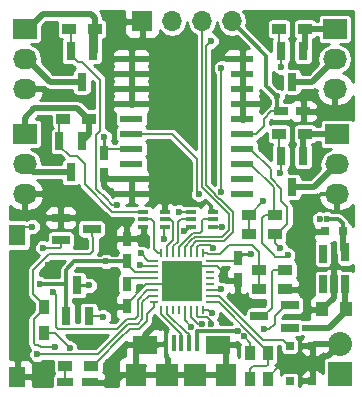
<source format=gbl>
G04 #@! TF.FileFunction,Copper,L2,Bot,Signal*
%FSLAX46Y46*%
G04 Gerber Fmt 4.6, Leading zero omitted, Abs format (unit mm)*
G04 Created by KiCad (PCBNEW 4.0.2+dfsg1-stable) date Sun 13 Aug 2017 19:16:48 AEST*
%MOMM*%
G01*
G04 APERTURE LIST*
%ADD10C,0.100000*%
%ADD11C,0.600000*%
%ADD12R,0.650000X1.560000*%
%ADD13R,0.800000X1.500000*%
%ADD14R,2.032000X1.727200*%
%ADD15O,2.032000X1.727200*%
%ADD16R,2.032000X2.032000*%
%ADD17O,2.032000X2.032000*%
%ADD18R,1.200000X0.900000*%
%ADD19R,1.200000X0.750000*%
%ADD20R,0.750000X1.200000*%
%ADD21R,1.000000X1.250000*%
%ADD22R,0.800000X0.750000*%
%ADD23R,0.900000X1.200000*%
%ADD24R,1.500000X0.800000*%
%ADD25R,0.700000X0.650000*%
%ADD26R,1.400000X1.800000*%
%ADD27R,1.950000X0.600000*%
%ADD28R,0.250000X0.700000*%
%ADD29R,0.700000X0.250000*%
%ADD30R,1.725000X1.725000*%
%ADD31R,1.700000X1.700000*%
%ADD32O,1.700000X1.700000*%
%ADD33R,0.900000X0.300000*%
%ADD34R,1.397000X0.797560*%
%ADD35R,1.900000X1.900000*%
%ADD36R,1.800000X1.900000*%
%ADD37R,0.400000X1.350000*%
%ADD38R,2.100000X1.600000*%
%ADD39C,0.508000*%
%ADD40C,0.203200*%
%ADD41C,0.304800*%
%ADD42C,0.635000*%
%ADD43C,0.762000*%
%ADD44C,0.254000*%
%ADD45C,0.152400*%
G04 APERTURE END LIST*
D10*
D11*
X214100000Y-124800000D03*
X192100000Y-125900000D03*
X208800000Y-119350000D03*
X214250000Y-112550000D03*
X214200000Y-113800000D03*
X211000000Y-106500000D03*
X192700000Y-107300000D03*
X193200000Y-99000000D03*
X193000000Y-97100000D03*
X198500000Y-124000000D03*
X201700000Y-121400000D03*
X197100000Y-117000000D03*
D12*
X217866000Y-117886511D03*
X216916000Y-117886511D03*
X215966000Y-117886511D03*
X215966000Y-115286511D03*
X217866000Y-115186511D03*
D11*
X203174600Y-118567200D03*
X204774800Y-116814600D03*
X200507600Y-118100000D03*
X198399400Y-126263400D03*
X192600000Y-124700000D03*
X212013800Y-100660200D03*
X207949800Y-97409000D03*
X194300000Y-110800000D03*
X190373000Y-116001800D03*
X192709800Y-116230400D03*
X198100000Y-119600000D03*
X196300000Y-122600000D03*
X198000000Y-112800000D03*
X204597000Y-104394000D03*
X202717400Y-107213400D03*
X214500000Y-116000000D03*
X218200000Y-111700000D03*
X207500000Y-117400000D03*
X207750000Y-121150000D03*
X212800000Y-124150000D03*
X200787000Y-114046000D03*
D13*
X196149000Y-120553000D03*
X194249000Y-120553000D03*
X195199000Y-117953000D03*
D11*
X193167000Y-109474000D03*
X202692000Y-103886000D03*
X203327000Y-98806000D03*
X203581000Y-100711000D03*
X206756000Y-107289600D03*
X211074000Y-95504000D03*
X200914000Y-123088400D03*
X204266800Y-113385600D03*
X202819000Y-109347000D03*
D14*
X190754000Y-105156000D03*
D15*
X190754000Y-107696000D03*
X190754000Y-110236000D03*
D16*
X217424000Y-125500000D03*
D17*
X217424000Y-122960000D03*
D14*
X216990000Y-96266000D03*
D15*
X216990000Y-98806000D03*
X216990000Y-101346000D03*
D14*
X217170000Y-105156000D03*
D15*
X217170000Y-107696000D03*
X217170000Y-110236000D03*
D14*
X190754000Y-96266000D03*
D15*
X190754000Y-98806000D03*
X190754000Y-101346000D03*
D18*
X196680000Y-96266000D03*
X194480000Y-96266000D03*
X196215000Y-103886000D03*
X194015000Y-103886000D03*
X214460000Y-105156000D03*
X212260000Y-105156000D03*
X214460000Y-96266000D03*
X212260000Y-96266000D03*
D19*
X214310000Y-103251000D03*
X212410000Y-103251000D03*
D20*
X197485000Y-108646000D03*
X197485000Y-106746000D03*
X208788000Y-115636000D03*
X208788000Y-117536000D03*
X199390000Y-114051000D03*
X199390000Y-115951000D03*
D21*
X217940231Y-120015000D03*
X215940231Y-120015000D03*
D20*
X199390000Y-119756000D03*
X199390000Y-117856000D03*
D22*
X217666000Y-113411000D03*
X216166000Y-113411000D03*
D18*
X209720000Y-113665000D03*
X211920000Y-113665000D03*
X209720000Y-112014000D03*
X211920000Y-112014000D03*
X212800000Y-116700000D03*
X210600000Y-116700000D03*
X210600000Y-118300000D03*
X212800000Y-118300000D03*
D23*
X209804000Y-123741000D03*
X209804000Y-125941000D03*
X211328000Y-123741000D03*
X211328000Y-125941000D03*
D18*
X196390000Y-124770000D03*
X194190000Y-124770000D03*
D11*
X195600000Y-114500000D03*
D13*
X194630000Y-98141000D03*
X196530000Y-98141000D03*
X195580000Y-100741000D03*
X193680000Y-105791000D03*
X195580000Y-105791000D03*
X194630000Y-108391000D03*
X212410000Y-98141000D03*
X214310000Y-98141000D03*
X213360000Y-100741000D03*
X212410000Y-107061000D03*
X214310000Y-107061000D03*
X213360000Y-109661000D03*
D24*
X213200000Y-119650000D03*
X213200000Y-121550000D03*
X210600000Y-120600000D03*
D25*
X213172000Y-123112000D03*
X215072000Y-123112000D03*
X215072000Y-126062000D03*
X213172000Y-126062000D03*
D26*
X190119000Y-125730000D03*
X190119000Y-113730000D03*
D27*
X199770000Y-110236000D03*
X199770000Y-108966000D03*
X199770000Y-107696000D03*
X199770000Y-106426000D03*
X199770000Y-105156000D03*
X199770000Y-103886000D03*
X199770000Y-102616000D03*
X199770000Y-101346000D03*
X199770000Y-100076000D03*
X199770000Y-98806000D03*
X209170000Y-98806000D03*
X209170000Y-100076000D03*
X209170000Y-101346000D03*
X209170000Y-102616000D03*
X209170000Y-103886000D03*
X209170000Y-105156000D03*
X209170000Y-106426000D03*
X209170000Y-107696000D03*
X209170000Y-108966000D03*
X209170000Y-110236000D03*
D28*
X202312500Y-115228500D03*
X202812500Y-115228500D03*
X203312500Y-115228500D03*
X203812500Y-115228500D03*
X204312500Y-115228500D03*
X204812500Y-115228500D03*
X205312500Y-115228500D03*
X205812500Y-115228500D03*
D29*
X206462500Y-115878500D03*
X206462500Y-116378500D03*
X206462500Y-116878500D03*
X206462500Y-117378500D03*
X206462500Y-117878500D03*
X206462500Y-118378500D03*
X206462500Y-118878500D03*
X206462500Y-119378500D03*
D28*
X205812500Y-120028500D03*
X205312500Y-120028500D03*
X204812500Y-120028500D03*
X204312500Y-120028500D03*
X203812500Y-120028500D03*
X203312500Y-120028500D03*
X202812500Y-120028500D03*
X202312500Y-120028500D03*
D29*
X201662500Y-119378500D03*
X201662500Y-118878500D03*
X201662500Y-118378500D03*
X201662500Y-117878500D03*
X201662500Y-117378500D03*
X201662500Y-116878500D03*
X201662500Y-116378500D03*
X201662500Y-115878500D03*
D30*
X204925000Y-118491000D03*
X203200000Y-118491000D03*
X204925000Y-116766000D03*
X203200000Y-116766000D03*
D31*
X200672700Y-95631000D03*
D32*
X203212700Y-95631000D03*
X205752700Y-95631000D03*
X208292700Y-95631000D03*
D33*
X202576000Y-112395000D03*
X200776000Y-112395000D03*
X200776000Y-111745000D03*
X202576000Y-111745000D03*
X200776000Y-113045000D03*
X202576000Y-113045000D03*
X206640000Y-112395000D03*
X204840000Y-112395000D03*
X204840000Y-111745000D03*
X206640000Y-111745000D03*
X204840000Y-113045000D03*
X206640000Y-113045000D03*
D34*
X194190980Y-126190000D03*
X196289020Y-126190000D03*
D35*
X205200100Y-125564900D03*
X202800100Y-125564900D03*
D36*
X207800100Y-125564900D03*
X200200100Y-125564900D03*
D37*
X202700100Y-122889900D03*
X205300100Y-122889900D03*
X203350100Y-122889900D03*
X204650100Y-122889900D03*
X204000100Y-122889900D03*
D38*
X200900100Y-123014900D03*
X207100100Y-123014900D03*
D24*
X193800000Y-114150000D03*
X193800000Y-112250000D03*
X196400000Y-113200000D03*
D23*
X192400000Y-122000000D03*
X192400000Y-119800000D03*
D11*
X215050000Y-121550000D03*
X214450000Y-121550000D03*
X194535427Y-123270999D03*
X202565000Y-114046000D03*
X198577790Y-111140190D03*
X212410000Y-99502000D03*
X207391000Y-99568000D03*
X207401744Y-110098256D03*
X207479900Y-113030000D03*
X212344000Y-108458000D03*
X203835000Y-111760000D03*
X209268800Y-122301000D03*
X208812199Y-121844399D03*
X192024000Y-117856000D03*
X197612000Y-115951000D03*
X212090000Y-101981000D03*
X209900000Y-115300000D03*
X216350000Y-112350000D03*
X215700000Y-112350000D03*
X210947000Y-110871000D03*
X197485000Y-105410000D03*
X196215000Y-117983000D03*
X206502000Y-97282000D03*
X204837882Y-121475622D03*
X197400000Y-120650000D03*
X212344000Y-114808000D03*
X206583138Y-120328650D03*
X213000000Y-115400000D03*
X206502000Y-121239589D03*
X191770000Y-123825000D03*
X200533000Y-116268500D03*
X200596500Y-115255611D03*
X206679800Y-114803229D03*
X205475256Y-110246744D03*
X191389000Y-113000000D03*
X205740000Y-121239589D03*
X211000000Y-121700000D03*
X193300000Y-123200000D03*
X192300000Y-114800000D03*
X193100000Y-118500000D03*
X207400000Y-118300000D03*
D39*
X215050000Y-121550000D02*
X216530231Y-121550000D01*
X216530231Y-121550000D02*
X217940231Y-120140000D01*
X217940231Y-120140000D02*
X217940231Y-120015000D01*
X214450000Y-121550000D02*
X215050000Y-121550000D01*
D40*
X194535427Y-123270999D02*
X193264428Y-122000000D01*
X193264428Y-122000000D02*
X192400000Y-122000000D01*
D39*
X217866000Y-117886511D02*
X217866000Y-119940769D01*
X217866000Y-119940769D02*
X217940231Y-120015000D01*
D41*
X215849200Y-110236000D02*
X215185200Y-110900000D01*
X217170000Y-110236000D02*
X215849200Y-110236000D01*
D39*
X215974001Y-123975999D02*
X215700000Y-124250000D01*
X217424000Y-122960000D02*
X216408001Y-123975999D01*
X216408001Y-123975999D02*
X215974001Y-123975999D01*
X217424000Y-122960000D02*
X215224000Y-122960000D01*
X215224000Y-122960000D02*
X215072000Y-123112000D01*
X200200100Y-125564900D02*
X200200100Y-123714900D01*
X200200100Y-123714900D02*
X200900100Y-123014900D01*
X200914000Y-123088400D02*
X200914000Y-122186000D01*
X200914000Y-122186000D02*
X201700000Y-121400000D01*
X207800100Y-125564900D02*
X207800100Y-123714900D01*
X207800100Y-123714900D02*
X207100100Y-123014900D01*
D40*
X211328000Y-125941000D02*
X211328000Y-125791000D01*
X211328000Y-125791000D02*
X212293200Y-124825800D01*
X204940000Y-113045000D02*
X204709000Y-113045000D01*
X204709000Y-113045000D02*
X204216000Y-113538000D01*
X201662500Y-117878500D02*
X202587500Y-117878500D01*
X202587500Y-117878500D02*
X203200000Y-118491000D01*
X206462500Y-116378500D02*
X205312500Y-116378500D01*
X205312500Y-116378500D02*
X204925000Y-116766000D01*
X206462500Y-116378500D02*
X207015700Y-116378500D01*
X207015700Y-116378500D02*
X207518000Y-116880800D01*
X201662500Y-117878500D02*
X201042500Y-117878500D01*
X201042500Y-117878500D02*
X199390000Y-119531000D01*
X199390000Y-119531000D02*
X199390000Y-119756000D01*
D39*
X200200000Y-125550000D02*
X199011200Y-125550000D01*
X199011200Y-125550000D02*
X198399400Y-126161800D01*
X216916000Y-117886511D02*
X216916000Y-119039231D01*
X216916000Y-119039231D02*
X215940231Y-120015000D01*
X197485000Y-109524800D02*
X198196200Y-110236000D01*
X198196200Y-110236000D02*
X199770000Y-110236000D01*
X197485000Y-108646000D02*
X197485000Y-109524800D01*
X199770000Y-108966000D02*
X197805000Y-108966000D01*
X197805000Y-108966000D02*
X197485000Y-108646000D01*
D41*
X200914000Y-124836000D02*
X200200000Y-125550000D01*
X206540000Y-111745000D02*
X206540000Y-111290200D01*
X206540000Y-111290200D02*
X206120800Y-110871000D01*
D39*
X190754000Y-96266000D02*
X191008000Y-96266000D01*
X191008000Y-96266000D02*
X192278000Y-94996000D01*
X192278000Y-94996000D02*
X196368000Y-94996000D01*
X196368000Y-94996000D02*
X196680000Y-95308000D01*
X196680000Y-95308000D02*
X196680000Y-96266000D01*
D42*
X196680000Y-96266000D02*
X196530000Y-96266000D01*
X191287400Y-96266000D02*
X191135000Y-96266000D01*
D43*
X196530000Y-98141000D02*
X196530000Y-96416000D01*
X196530000Y-96416000D02*
X196680000Y-96266000D01*
D39*
X190754000Y-98806000D02*
X190906400Y-98806000D01*
X194672000Y-100741000D02*
X195580000Y-100741000D01*
X190906400Y-98806000D02*
X192841400Y-100741000D01*
X192841400Y-100741000D02*
X194672000Y-100741000D01*
X196215000Y-103886000D02*
X196065000Y-103886000D01*
X191559601Y-102978799D02*
X190754000Y-103784400D01*
X190754000Y-103784400D02*
X190754000Y-105156000D01*
X196065000Y-103886000D02*
X195157799Y-102978799D01*
X195157799Y-102978799D02*
X191559601Y-102978799D01*
X196215000Y-103886000D02*
X196215000Y-105156000D01*
X196215000Y-105156000D02*
X195580000Y-105791000D01*
X194630000Y-108391000D02*
X191449000Y-108391000D01*
X191449000Y-108391000D02*
X190754000Y-107696000D01*
X214460000Y-96266000D02*
X214460000Y-97991000D01*
X214460000Y-97991000D02*
X214310000Y-98141000D01*
X214460000Y-96266000D02*
X216990000Y-96266000D01*
X213360000Y-100741000D02*
X215055000Y-100741000D01*
X215055000Y-100741000D02*
X216990000Y-98806000D01*
D40*
X202565000Y-114046000D02*
X202565000Y-113134000D01*
X202565000Y-113134000D02*
X202476000Y-113045000D01*
X197612000Y-110617000D02*
X198135190Y-111140190D01*
X198135190Y-111140190D02*
X198577790Y-111140190D01*
X196773810Y-109778810D02*
X197612000Y-110617000D01*
X197104000Y-104521000D02*
X197104000Y-104902000D01*
X197104000Y-104902000D02*
X196773810Y-105232190D01*
X196773810Y-105232190D02*
X196773810Y-109778810D01*
X194630000Y-98141000D02*
X194630000Y-98491000D01*
X194630000Y-98491000D02*
X195233200Y-99094200D01*
X195233200Y-99094200D02*
X195631842Y-99094200D01*
X195631842Y-99094200D02*
X197119801Y-100582159D01*
X197119801Y-100582159D02*
X197119801Y-104505199D01*
X197119801Y-104505199D02*
X197104000Y-104521000D01*
X194630000Y-98141000D02*
X194630000Y-96416000D01*
X194630000Y-96416000D02*
X194480000Y-96266000D01*
X207401744Y-110098256D02*
X207401744Y-99578744D01*
X207401744Y-99578744D02*
X207391000Y-99568000D01*
X206540000Y-113045000D02*
X207376000Y-113045000D01*
X207376000Y-113045000D02*
X207391000Y-113030000D01*
X212410000Y-98141000D02*
X212410000Y-99502000D01*
X212260000Y-96266000D02*
X212260000Y-97991000D01*
X212260000Y-97991000D02*
X212410000Y-98141000D01*
X200876000Y-111745000D02*
X198165250Y-111745000D01*
X195834000Y-109413750D02*
X195834000Y-107696000D01*
X198165250Y-111745000D02*
X195834000Y-109413750D01*
X195834000Y-107696000D02*
X195199000Y-107061000D01*
X195199000Y-107061000D02*
X194600000Y-107061000D01*
X194600000Y-107061000D02*
X193680000Y-106141000D01*
X193680000Y-106141000D02*
X193680000Y-105791000D01*
X193680000Y-105791000D02*
X193680000Y-104221000D01*
X193680000Y-104221000D02*
X194015000Y-103886000D01*
X212410000Y-108014200D02*
X212410000Y-108392000D01*
X212410000Y-108392000D02*
X212344000Y-108458000D01*
X204940000Y-111745000D02*
X203850000Y-111745000D01*
X203850000Y-111745000D02*
X203835000Y-111760000D01*
X212410000Y-108014200D02*
X212410000Y-107061000D01*
X212260000Y-105156000D02*
X212260000Y-106911000D01*
X212260000Y-106911000D02*
X212410000Y-107061000D01*
X209804000Y-122836200D02*
X209804000Y-123741000D01*
X209268800Y-122301000D02*
X209804000Y-122836200D01*
D41*
X205300000Y-122875000D02*
X205300000Y-121895200D01*
X205300000Y-121895200D02*
X205350801Y-121844399D01*
X205350801Y-121844399D02*
X208812199Y-121844399D01*
X205300000Y-122875000D02*
X205300000Y-122233000D01*
D40*
X204650100Y-122011700D02*
X204454101Y-122011699D01*
X204454101Y-122011699D02*
X202812500Y-120370098D01*
X202812500Y-120370098D02*
X202812500Y-120028500D01*
X204650100Y-122889900D02*
X204650100Y-122011700D01*
X204000100Y-122889900D02*
X204000100Y-122060606D01*
X204000100Y-122060606D02*
X202312500Y-120373006D01*
X202312500Y-120373006D02*
X202312500Y-120028500D01*
D39*
X214310000Y-107061000D02*
X214310000Y-105306000D01*
X214310000Y-105306000D02*
X214460000Y-105156000D01*
X217170000Y-105156000D02*
X214460000Y-105156000D01*
X213360000Y-109661000D02*
X215205000Y-109661000D01*
X215205000Y-109661000D02*
X217170000Y-107696000D01*
D41*
X217284800Y-112350000D02*
X216350000Y-112350000D01*
X217666000Y-113411000D02*
X217666000Y-112731200D01*
X217666000Y-112731200D02*
X217284800Y-112350000D01*
X217666000Y-113411000D02*
X217661000Y-113411000D01*
X217666000Y-113411000D02*
X217666000Y-113366000D01*
D44*
X209900000Y-115300000D02*
X209124000Y-115300000D01*
X209124000Y-115300000D02*
X208788000Y-115636000D01*
D41*
X194945000Y-115951000D02*
X197612000Y-115951000D01*
X198120000Y-115951000D02*
X197612000Y-115951000D01*
X194249000Y-116647000D02*
X194249000Y-117856000D01*
X194249000Y-117856000D02*
X194249000Y-120553000D01*
X192024000Y-117856000D02*
X194249000Y-117856000D01*
X194945000Y-115951000D02*
X194249000Y-116647000D01*
X198120000Y-115951000D02*
X199390000Y-115951000D01*
X211201000Y-101092000D02*
X211201000Y-98552000D01*
X211201000Y-98552000D02*
X208280000Y-95631000D01*
X212090000Y-101981000D02*
X211201000Y-101092000D01*
X212090000Y-101981000D02*
X212090000Y-102931000D01*
X212090000Y-102931000D02*
X212410000Y-103251000D01*
X208981000Y-115443000D02*
X208788000Y-115636000D01*
D39*
X217666000Y-113411000D02*
X217666000Y-114986511D01*
X217666000Y-114986511D02*
X217866000Y-115186511D01*
D40*
X206462500Y-115878500D02*
X208545500Y-115878500D01*
X208545500Y-115878500D02*
X208788000Y-115636000D01*
X201662500Y-116878500D02*
X200092500Y-116878500D01*
X200092500Y-116878500D02*
X199390000Y-116176000D01*
X199390000Y-116176000D02*
X199390000Y-115951000D01*
X212185000Y-103251000D02*
X212410000Y-103251000D01*
X211606800Y-103251000D02*
X210990000Y-103867800D01*
X212410000Y-103251000D02*
X211606800Y-103251000D01*
X210990000Y-104514200D02*
X210990000Y-103867800D01*
X210348200Y-105156000D02*
X210990000Y-104514200D01*
X209170000Y-105156000D02*
X210348200Y-105156000D01*
X209720000Y-112014000D02*
X209804000Y-112014000D01*
X209804000Y-112014000D02*
X210947000Y-110871000D01*
X209720000Y-113665000D02*
X209720000Y-112014000D01*
D44*
X197485000Y-105410000D02*
X197485000Y-106746000D01*
X195199000Y-117953000D02*
X196185000Y-117953000D01*
X196185000Y-117953000D02*
X196215000Y-117983000D01*
D40*
X199770000Y-106426000D02*
X197805000Y-106426000D01*
X197805000Y-106426000D02*
X197485000Y-106746000D01*
X201662500Y-117378500D02*
X199420500Y-117378500D01*
X194190980Y-126190000D02*
X194190980Y-124770980D01*
X194190980Y-124770980D02*
X194190000Y-124770000D01*
D45*
X207243365Y-110652257D02*
X207207443Y-110652257D01*
X206847743Y-110292557D02*
X206847743Y-110256635D01*
X207207443Y-110652257D02*
X206847743Y-110292557D01*
D40*
X208389510Y-111798402D02*
X207243365Y-110652257D01*
X208389511Y-113443219D02*
X208389510Y-111798402D01*
X205907597Y-114249219D02*
X207583511Y-114249219D01*
X207583511Y-114249219D02*
X208389511Y-113443219D01*
X206734404Y-110143296D02*
X206847743Y-110256635D01*
X206095610Y-109504502D02*
X206734404Y-110143296D01*
X206095610Y-99314000D02*
X206095610Y-109504502D01*
X206095610Y-99314000D02*
X206095610Y-97688390D01*
X206095610Y-97688390D02*
X206502000Y-97282000D01*
X205282780Y-114249220D02*
X205907597Y-114249219D01*
X204812500Y-114719500D02*
X205282780Y-114249220D01*
X204812500Y-115228500D02*
X204812500Y-114719500D01*
X204312500Y-115228500D02*
X204312500Y-114716592D01*
X204312500Y-114716592D02*
X204856092Y-114173000D01*
X204856092Y-114173000D02*
X204856092Y-114167908D01*
X205752700Y-96833081D02*
X205752700Y-95631000D01*
X204856092Y-114167908D02*
X205130390Y-113893610D01*
X208033901Y-113295921D02*
X208033901Y-111945701D01*
X205740000Y-109651800D02*
X205740000Y-96845781D01*
X205130390Y-113893610D02*
X207436212Y-113893610D01*
X208033901Y-111945701D02*
X205740000Y-109651800D01*
X205740000Y-96845781D02*
X205752700Y-96833081D01*
X207436212Y-113893610D02*
X208033901Y-113295921D01*
X196149000Y-120553000D02*
X197303000Y-120553000D01*
X197303000Y-120553000D02*
X197400000Y-120650000D01*
X204312500Y-120028500D02*
X204312500Y-120950240D01*
X204312500Y-120950240D02*
X204837882Y-121475622D01*
X196246000Y-120650000D02*
X196149000Y-120553000D01*
X210600000Y-120600000D02*
X210950000Y-120600000D01*
X210950000Y-120600000D02*
X211650000Y-119900000D01*
X211650000Y-119900000D02*
X211650000Y-116850000D01*
X211650000Y-116850000D02*
X211800000Y-116700000D01*
X211800000Y-116700000D02*
X212800000Y-116700000D01*
X211920000Y-113665000D02*
X211920000Y-114384000D01*
X211920000Y-114384000D02*
X212344000Y-114808000D01*
X209170000Y-106426000D02*
X209845000Y-106426000D01*
X209845000Y-106426000D02*
X211582000Y-108163000D01*
X211582000Y-108163000D02*
X211582000Y-108930092D01*
X211582000Y-108930092D02*
X212471000Y-109819092D01*
X212471000Y-109819092D02*
X212471000Y-110871000D01*
X212471000Y-110871000D02*
X212979000Y-111379000D01*
X212979000Y-112756000D02*
X212070000Y-113665000D01*
X212979000Y-111379000D02*
X212979000Y-112756000D01*
X212070000Y-113665000D02*
X211920000Y-113665000D01*
X206140700Y-120028500D02*
X206282988Y-120028500D01*
X206282988Y-120028500D02*
X206583138Y-120328650D01*
X205812500Y-120028500D02*
X206140700Y-120028500D01*
X206140700Y-120028500D02*
X206154200Y-120015000D01*
X211963000Y-115570000D02*
X212830000Y-115570000D01*
X212830000Y-115570000D02*
X213000000Y-115400000D01*
X211836000Y-115443000D02*
X211963000Y-115570000D01*
X210820000Y-114427000D02*
X211836000Y-115443000D01*
X210820000Y-112310800D02*
X210820000Y-114427000D01*
X211920000Y-112014000D02*
X211116800Y-112014000D01*
X211116800Y-112014000D02*
X210820000Y-112310800D01*
X209170000Y-107696000D02*
X209845000Y-107696000D01*
X209845000Y-107696000D02*
X211836000Y-109687000D01*
X211836000Y-109687000D02*
X211836000Y-111360800D01*
X211836000Y-111360800D02*
X211836000Y-112014000D01*
X206154301Y-120683301D02*
X206502000Y-121031000D01*
X206502000Y-121031000D02*
X206502000Y-121239589D01*
X205414101Y-120683301D02*
X206154301Y-120683301D01*
X205312500Y-120028500D02*
X205312500Y-120581700D01*
X205312500Y-120581700D02*
X205414101Y-120683301D01*
X210600000Y-118300000D02*
X210600000Y-116700000D01*
X207300000Y-115300000D02*
X207002951Y-115300000D01*
X207002951Y-115300000D02*
X206945721Y-115357230D01*
X206945721Y-115357230D02*
X206269430Y-115357230D01*
X206140700Y-115228500D02*
X205812500Y-115228500D01*
X206269430Y-115357230D02*
X206140700Y-115228500D01*
X208000000Y-114600000D02*
X207300000Y-115300000D01*
X210019922Y-114600000D02*
X208000000Y-114600000D01*
X210600000Y-116700000D02*
X210600000Y-115180078D01*
X210600000Y-115180078D02*
X210019922Y-114600000D01*
X205812500Y-115228500D02*
X205812500Y-115236100D01*
X210674800Y-122917800D02*
X210439000Y-122682000D01*
X210439000Y-122682000D02*
X210439000Y-122651278D01*
X210439000Y-122651278D02*
X207166222Y-119378500D01*
X210674800Y-122937800D02*
X210674800Y-122917800D01*
X206462500Y-119378500D02*
X207166222Y-119378500D01*
X210674800Y-122937800D02*
X211328000Y-123591000D01*
X211328000Y-123591000D02*
X211328000Y-123741000D01*
X209804000Y-125941000D02*
X209804000Y-125095000D01*
X209804000Y-125095000D02*
X210058000Y-124841000D01*
X211328000Y-124714000D02*
X211328000Y-123741000D01*
X210058000Y-124841000D02*
X211201000Y-124841000D01*
X211201000Y-124841000D02*
X211328000Y-124714000D01*
X196390000Y-124770000D02*
X196540000Y-124770000D01*
X196540000Y-124770000D02*
X197078591Y-124231409D01*
X199644000Y-121666000D02*
X200400906Y-121666000D01*
X197078591Y-124231409D02*
X197081841Y-124231409D01*
X197081841Y-124231409D02*
X198755000Y-122558250D01*
X201055610Y-120444390D02*
X201662500Y-119837500D01*
X198755000Y-122558250D02*
X198755000Y-122555000D01*
X198755000Y-122555000D02*
X199644000Y-121666000D01*
X200400906Y-121666000D02*
X201055610Y-121011298D01*
X201055610Y-121011298D02*
X201055610Y-120444390D01*
X201662500Y-119837500D02*
X201662500Y-119378500D01*
X191770000Y-123825000D02*
X196913500Y-123825000D01*
X198348591Y-122389909D02*
X198348591Y-122386659D01*
X200304410Y-121259590D02*
X200700000Y-120864000D01*
X196913500Y-123825000D02*
X198348591Y-122389909D01*
X198348591Y-122386659D02*
X199475659Y-121259591D01*
X200700000Y-120864000D02*
X200700000Y-119408798D01*
X199475659Y-121259591D02*
X200304410Y-121259590D01*
X200700000Y-119408798D02*
X201230298Y-118878500D01*
X201230298Y-118878500D02*
X201662500Y-118878500D01*
X201662500Y-116378500D02*
X200643000Y-116378500D01*
X200643000Y-116378500D02*
X200533000Y-116268500D01*
X201662500Y-115878500D02*
X201219389Y-115878500D01*
X201219389Y-115878500D02*
X200596500Y-115255611D01*
D45*
X205460573Y-114579427D02*
X206455998Y-114579427D01*
X206455998Y-114579427D02*
X206679800Y-114803229D01*
X205312500Y-115228500D02*
X205312500Y-114727500D01*
X205312500Y-114727500D02*
X205460573Y-114579427D01*
D40*
X205475256Y-110246744D02*
X205359000Y-110130488D01*
X205359000Y-110130488D02*
X205359000Y-107315000D01*
X205359000Y-107315000D02*
X203200000Y-105156000D01*
X203200000Y-105156000D02*
X199770000Y-105156000D01*
X205475256Y-110246744D02*
X205486000Y-110236000D01*
X203708000Y-112649000D02*
X203962000Y-112395000D01*
X203962000Y-112395000D02*
X204940000Y-112395000D01*
X203708000Y-114282708D02*
X203708000Y-112649000D01*
X203312500Y-115228500D02*
X203312500Y-114678208D01*
X203312500Y-114678208D02*
X203708000Y-114282708D01*
X202312500Y-115228500D02*
X201984300Y-115228500D01*
X201429200Y-112395000D02*
X200876000Y-112395000D01*
X201984300Y-115228500D02*
X201676000Y-114920200D01*
X201676000Y-114920200D02*
X201676000Y-112641800D01*
X201676000Y-112641800D02*
X201429200Y-112395000D01*
X203812500Y-115228500D02*
X203812500Y-114703500D01*
X203812500Y-114703500D02*
X204978000Y-113538000D01*
X204978000Y-113538000D02*
X205613000Y-113538000D01*
X205613000Y-113538000D02*
X205740000Y-113411000D01*
X205740000Y-113411000D02*
X205740000Y-112522000D01*
X205740000Y-112522000D02*
X205867000Y-112395000D01*
X205867000Y-112395000D02*
X206540000Y-112395000D01*
X203327000Y-112649000D02*
X203073000Y-112395000D01*
X203073000Y-112395000D02*
X202476000Y-112395000D01*
X203327000Y-114160800D02*
X203327000Y-112649000D01*
X202812500Y-115228500D02*
X202812500Y-114675300D01*
X202812500Y-114675300D02*
X203327000Y-114160800D01*
X206462500Y-118878500D02*
X207169130Y-118878500D01*
X207169130Y-118878500D02*
X210874430Y-122583800D01*
X210874430Y-122583800D02*
X212618800Y-122583800D01*
X213147000Y-123112000D02*
X213172000Y-123112000D01*
X212618800Y-122583800D02*
X213147000Y-123112000D01*
X191389000Y-113000000D02*
X190119000Y-113000000D01*
X205245761Y-121089711D02*
X205395639Y-121239589D01*
X205395639Y-121239589D02*
X205740000Y-121239589D01*
X204812500Y-120028500D02*
X204812500Y-120656450D01*
X204812500Y-120656450D02*
X205245761Y-121089711D01*
X211900000Y-121224264D02*
X211900000Y-120600000D01*
X211900000Y-120600000D02*
X212850000Y-119650000D01*
X212850000Y-119650000D02*
X213200000Y-119650000D01*
X211000000Y-121700000D02*
X211424264Y-121700000D01*
X211424264Y-121700000D02*
X211900000Y-121224264D01*
X213600000Y-119650000D02*
X213250000Y-119650000D01*
X191500000Y-122900000D02*
X191500000Y-120850000D01*
X191500000Y-120850000D02*
X192400000Y-119950000D01*
X192400000Y-119950000D02*
X192400000Y-119800000D01*
X191600000Y-123000000D02*
X191500000Y-122900000D01*
X191892798Y-123000000D02*
X191600000Y-123000000D01*
X193300000Y-123200000D02*
X192092798Y-123200000D01*
X192092798Y-123200000D02*
X191892798Y-123000000D01*
X192400000Y-119800000D02*
X192400000Y-119650000D01*
X191469999Y-116650279D02*
X192766277Y-115354001D01*
X192400000Y-119650000D02*
X191469999Y-118719999D01*
X191469999Y-118719999D02*
X191469999Y-116650279D01*
X192766277Y-115354001D02*
X196265921Y-115354001D01*
X196265921Y-115354001D02*
X196554001Y-115065921D01*
X196554001Y-113957201D02*
X196400000Y-113803200D01*
X196554001Y-115065921D02*
X196554001Y-113957201D01*
X196400000Y-113803200D02*
X196400000Y-113200000D01*
X192300000Y-114800000D02*
X193753200Y-114800000D01*
X193800000Y-114753200D02*
X193800000Y-114150000D01*
X193753200Y-114800000D02*
X193800000Y-114753200D01*
X193400000Y-121500000D02*
X193400000Y-118800000D01*
X193400000Y-118800000D02*
X193100000Y-118500000D01*
X193544390Y-121644390D02*
X193400000Y-121500000D01*
X193644390Y-121644390D02*
X193544390Y-121644390D01*
X198587952Y-121644390D02*
X193644390Y-121644390D01*
X193800000Y-114150000D02*
X193450000Y-114150000D01*
X200300000Y-120600000D02*
X200300000Y-119187800D01*
X201109300Y-118378500D02*
X201662500Y-118378500D01*
X198587952Y-121644390D02*
X199432342Y-120800000D01*
X199432342Y-120800000D02*
X200100000Y-120800000D01*
X200100000Y-120800000D02*
X200300000Y-120600000D01*
X200300000Y-119187800D02*
X201109300Y-118378500D01*
X207151500Y-118378500D02*
X207321500Y-118378500D01*
X207321500Y-118378500D02*
X207400000Y-118300000D01*
X206462500Y-118378500D02*
X207151500Y-118378500D01*
D44*
G36*
X193789741Y-109141000D02*
X193819850Y-109301015D01*
X193914419Y-109447980D01*
X194058715Y-109546573D01*
X194230000Y-109581259D01*
X195030000Y-109581259D01*
X195190015Y-109551150D01*
X195312281Y-109472474D01*
X195341203Y-109617873D01*
X195456829Y-109790921D01*
X197788077Y-112122168D01*
X197788079Y-112122171D01*
X197890906Y-112190877D01*
X197961126Y-112237797D01*
X198165250Y-112278400D01*
X199885741Y-112278400D01*
X199885741Y-112437233D01*
X199787673Y-112535302D01*
X199691000Y-112768691D01*
X199691000Y-112811250D01*
X199695750Y-112816000D01*
X199675750Y-112816000D01*
X199517000Y-112974750D01*
X199517000Y-113924000D01*
X200241250Y-113924000D01*
X200335250Y-113830000D01*
X200490250Y-113830000D01*
X200649000Y-113671250D01*
X200649000Y-113120000D01*
X200629000Y-113120000D01*
X200629000Y-112985259D01*
X200923000Y-112985259D01*
X200923000Y-113120000D01*
X200903000Y-113120000D01*
X200903000Y-113671250D01*
X201061750Y-113830000D01*
X201142600Y-113830000D01*
X201142600Y-114766839D01*
X201011573Y-114635583D01*
X200742703Y-114523938D01*
X200451575Y-114523684D01*
X200400000Y-114544994D01*
X200400000Y-114336750D01*
X200241250Y-114178000D01*
X199517000Y-114178000D01*
X199517000Y-114198000D01*
X199263000Y-114198000D01*
X199263000Y-114178000D01*
X198538750Y-114178000D01*
X198380000Y-114336750D01*
X198380000Y-114777309D01*
X198476673Y-115010698D01*
X198624146Y-115158172D01*
X198609427Y-115179715D01*
X198574741Y-115351000D01*
X198574741Y-115366800D01*
X198062839Y-115366800D01*
X198027073Y-115330972D01*
X197758203Y-115219327D01*
X197467075Y-115219073D01*
X197198010Y-115330248D01*
X197161394Y-115366800D01*
X196982148Y-115366800D01*
X197046798Y-115270044D01*
X197087402Y-115065921D01*
X197087401Y-115065916D01*
X197087401Y-114040259D01*
X197150000Y-114040259D01*
X197310015Y-114010150D01*
X197456980Y-113915581D01*
X197555573Y-113771285D01*
X197590259Y-113600000D01*
X197590259Y-113324691D01*
X198380000Y-113324691D01*
X198380000Y-113765250D01*
X198538750Y-113924000D01*
X199263000Y-113924000D01*
X199263000Y-112974750D01*
X199104250Y-112816000D01*
X198888690Y-112816000D01*
X198655301Y-112912673D01*
X198476673Y-113091302D01*
X198380000Y-113324691D01*
X197590259Y-113324691D01*
X197590259Y-112800000D01*
X197560150Y-112639985D01*
X197465581Y-112493020D01*
X197321285Y-112394427D01*
X197150000Y-112359741D01*
X195650000Y-112359741D01*
X195489985Y-112389850D01*
X195343020Y-112484419D01*
X195244427Y-112628715D01*
X195209741Y-112800000D01*
X195209741Y-113600000D01*
X195239850Y-113760015D01*
X195334419Y-113906980D01*
X195478715Y-114005573D01*
X195650000Y-114040259D01*
X195929210Y-114040259D01*
X196020601Y-114177037D01*
X196020601Y-114820601D01*
X194887713Y-114820601D01*
X194955573Y-114721285D01*
X194990259Y-114550000D01*
X194990259Y-113750000D01*
X194960150Y-113589985D01*
X194865581Y-113443020D01*
X194721285Y-113344427D01*
X194550000Y-113309741D01*
X193050000Y-113309741D01*
X192889985Y-113339850D01*
X192743020Y-113434419D01*
X192644427Y-113578715D01*
X192609741Y-113750000D01*
X192609741Y-114136234D01*
X192446203Y-114068327D01*
X192155075Y-114068073D01*
X191886010Y-114179248D01*
X191679972Y-114384927D01*
X191568327Y-114653797D01*
X191568073Y-114944925D01*
X191679248Y-115213990D01*
X191884927Y-115420028D01*
X191928016Y-115437920D01*
X191092828Y-116273108D01*
X190977202Y-116446156D01*
X190936599Y-116650279D01*
X190936599Y-118719999D01*
X190977202Y-118924122D01*
X191092828Y-119097170D01*
X191509741Y-119514083D01*
X191509741Y-120085917D01*
X191122829Y-120472829D01*
X191007203Y-120645877D01*
X190966600Y-120850000D01*
X190966600Y-122900000D01*
X191007203Y-123104123D01*
X191122829Y-123277171D01*
X191202825Y-123357167D01*
X191149972Y-123409927D01*
X191038327Y-123678797D01*
X191038073Y-123969925D01*
X191149248Y-124238990D01*
X191354927Y-124445028D01*
X191623797Y-124556673D01*
X191914925Y-124556927D01*
X192183990Y-124445752D01*
X192271494Y-124358400D01*
X193149741Y-124358400D01*
X193149741Y-125220000D01*
X193179850Y-125380015D01*
X193225019Y-125450209D01*
X193185500Y-125475639D01*
X193086907Y-125619935D01*
X193052221Y-125791220D01*
X193052221Y-126493200D01*
X191454000Y-126493200D01*
X191454000Y-126015750D01*
X191295250Y-125857000D01*
X190246000Y-125857000D01*
X190246000Y-125877000D01*
X189992000Y-125877000D01*
X189992000Y-125857000D01*
X189972000Y-125857000D01*
X189972000Y-125603000D01*
X189992000Y-125603000D01*
X189992000Y-124353750D01*
X190246000Y-124353750D01*
X190246000Y-125603000D01*
X191295250Y-125603000D01*
X191454000Y-125444250D01*
X191454000Y-124703691D01*
X191357327Y-124470302D01*
X191178699Y-124291673D01*
X190945310Y-124195000D01*
X190404750Y-124195000D01*
X190246000Y-124353750D01*
X189992000Y-124353750D01*
X189833250Y-124195000D01*
X189506800Y-124195000D01*
X189506800Y-115070259D01*
X190819000Y-115070259D01*
X190979015Y-115040150D01*
X191125980Y-114945581D01*
X191224573Y-114801285D01*
X191259259Y-114630000D01*
X191259259Y-113731687D01*
X191533925Y-113731927D01*
X191802990Y-113620752D01*
X192009028Y-113415073D01*
X192120673Y-113146203D01*
X192120927Y-112855075D01*
X192009752Y-112586010D01*
X191959580Y-112535750D01*
X192415000Y-112535750D01*
X192415000Y-112776310D01*
X192511673Y-113009699D01*
X192690302Y-113188327D01*
X192923691Y-113285000D01*
X193514250Y-113285000D01*
X193673000Y-113126250D01*
X193673000Y-112377000D01*
X193927000Y-112377000D01*
X193927000Y-113126250D01*
X194085750Y-113285000D01*
X194676309Y-113285000D01*
X194909698Y-113188327D01*
X195088327Y-113009699D01*
X195185000Y-112776310D01*
X195185000Y-112535750D01*
X195026250Y-112377000D01*
X193927000Y-112377000D01*
X193673000Y-112377000D01*
X192573750Y-112377000D01*
X192415000Y-112535750D01*
X191959580Y-112535750D01*
X191804073Y-112379972D01*
X191535203Y-112268327D01*
X191244075Y-112268073D01*
X190975010Y-112379248D01*
X190939961Y-112414236D01*
X190819000Y-112389741D01*
X189506800Y-112389741D01*
X189506800Y-111723690D01*
X192415000Y-111723690D01*
X192415000Y-111964250D01*
X192573750Y-112123000D01*
X193673000Y-112123000D01*
X193673000Y-111373750D01*
X193927000Y-111373750D01*
X193927000Y-112123000D01*
X195026250Y-112123000D01*
X195185000Y-111964250D01*
X195185000Y-111723690D01*
X195088327Y-111490301D01*
X194909698Y-111311673D01*
X194676309Y-111215000D01*
X194085750Y-111215000D01*
X193927000Y-111373750D01*
X193673000Y-111373750D01*
X193514250Y-111215000D01*
X192923691Y-111215000D01*
X192690302Y-111311673D01*
X192511673Y-111490301D01*
X192415000Y-111723690D01*
X189506800Y-111723690D01*
X189506800Y-111230538D01*
X189839680Y-111527954D01*
X190392087Y-111721184D01*
X190627000Y-111576924D01*
X190627000Y-110363000D01*
X190881000Y-110363000D01*
X190881000Y-111576924D01*
X191115913Y-111721184D01*
X191668320Y-111527954D01*
X192104732Y-111138036D01*
X192358709Y-110610791D01*
X192361358Y-110595026D01*
X192240217Y-110363000D01*
X190881000Y-110363000D01*
X190627000Y-110363000D01*
X190607000Y-110363000D01*
X190607000Y-110109000D01*
X190627000Y-110109000D01*
X190627000Y-110089000D01*
X190881000Y-110089000D01*
X190881000Y-110109000D01*
X192240217Y-110109000D01*
X192361358Y-109876974D01*
X192358709Y-109861209D01*
X192104732Y-109333964D01*
X191816904Y-109076800D01*
X193789741Y-109076800D01*
X193789741Y-109141000D01*
X193789741Y-109141000D01*
G37*
X193789741Y-109141000D02*
X193819850Y-109301015D01*
X193914419Y-109447980D01*
X194058715Y-109546573D01*
X194230000Y-109581259D01*
X195030000Y-109581259D01*
X195190015Y-109551150D01*
X195312281Y-109472474D01*
X195341203Y-109617873D01*
X195456829Y-109790921D01*
X197788077Y-112122168D01*
X197788079Y-112122171D01*
X197890906Y-112190877D01*
X197961126Y-112237797D01*
X198165250Y-112278400D01*
X199885741Y-112278400D01*
X199885741Y-112437233D01*
X199787673Y-112535302D01*
X199691000Y-112768691D01*
X199691000Y-112811250D01*
X199695750Y-112816000D01*
X199675750Y-112816000D01*
X199517000Y-112974750D01*
X199517000Y-113924000D01*
X200241250Y-113924000D01*
X200335250Y-113830000D01*
X200490250Y-113830000D01*
X200649000Y-113671250D01*
X200649000Y-113120000D01*
X200629000Y-113120000D01*
X200629000Y-112985259D01*
X200923000Y-112985259D01*
X200923000Y-113120000D01*
X200903000Y-113120000D01*
X200903000Y-113671250D01*
X201061750Y-113830000D01*
X201142600Y-113830000D01*
X201142600Y-114766839D01*
X201011573Y-114635583D01*
X200742703Y-114523938D01*
X200451575Y-114523684D01*
X200400000Y-114544994D01*
X200400000Y-114336750D01*
X200241250Y-114178000D01*
X199517000Y-114178000D01*
X199517000Y-114198000D01*
X199263000Y-114198000D01*
X199263000Y-114178000D01*
X198538750Y-114178000D01*
X198380000Y-114336750D01*
X198380000Y-114777309D01*
X198476673Y-115010698D01*
X198624146Y-115158172D01*
X198609427Y-115179715D01*
X198574741Y-115351000D01*
X198574741Y-115366800D01*
X198062839Y-115366800D01*
X198027073Y-115330972D01*
X197758203Y-115219327D01*
X197467075Y-115219073D01*
X197198010Y-115330248D01*
X197161394Y-115366800D01*
X196982148Y-115366800D01*
X197046798Y-115270044D01*
X197087402Y-115065921D01*
X197087401Y-115065916D01*
X197087401Y-114040259D01*
X197150000Y-114040259D01*
X197310015Y-114010150D01*
X197456980Y-113915581D01*
X197555573Y-113771285D01*
X197590259Y-113600000D01*
X197590259Y-113324691D01*
X198380000Y-113324691D01*
X198380000Y-113765250D01*
X198538750Y-113924000D01*
X199263000Y-113924000D01*
X199263000Y-112974750D01*
X199104250Y-112816000D01*
X198888690Y-112816000D01*
X198655301Y-112912673D01*
X198476673Y-113091302D01*
X198380000Y-113324691D01*
X197590259Y-113324691D01*
X197590259Y-112800000D01*
X197560150Y-112639985D01*
X197465581Y-112493020D01*
X197321285Y-112394427D01*
X197150000Y-112359741D01*
X195650000Y-112359741D01*
X195489985Y-112389850D01*
X195343020Y-112484419D01*
X195244427Y-112628715D01*
X195209741Y-112800000D01*
X195209741Y-113600000D01*
X195239850Y-113760015D01*
X195334419Y-113906980D01*
X195478715Y-114005573D01*
X195650000Y-114040259D01*
X195929210Y-114040259D01*
X196020601Y-114177037D01*
X196020601Y-114820601D01*
X194887713Y-114820601D01*
X194955573Y-114721285D01*
X194990259Y-114550000D01*
X194990259Y-113750000D01*
X194960150Y-113589985D01*
X194865581Y-113443020D01*
X194721285Y-113344427D01*
X194550000Y-113309741D01*
X193050000Y-113309741D01*
X192889985Y-113339850D01*
X192743020Y-113434419D01*
X192644427Y-113578715D01*
X192609741Y-113750000D01*
X192609741Y-114136234D01*
X192446203Y-114068327D01*
X192155075Y-114068073D01*
X191886010Y-114179248D01*
X191679972Y-114384927D01*
X191568327Y-114653797D01*
X191568073Y-114944925D01*
X191679248Y-115213990D01*
X191884927Y-115420028D01*
X191928016Y-115437920D01*
X191092828Y-116273108D01*
X190977202Y-116446156D01*
X190936599Y-116650279D01*
X190936599Y-118719999D01*
X190977202Y-118924122D01*
X191092828Y-119097170D01*
X191509741Y-119514083D01*
X191509741Y-120085917D01*
X191122829Y-120472829D01*
X191007203Y-120645877D01*
X190966600Y-120850000D01*
X190966600Y-122900000D01*
X191007203Y-123104123D01*
X191122829Y-123277171D01*
X191202825Y-123357167D01*
X191149972Y-123409927D01*
X191038327Y-123678797D01*
X191038073Y-123969925D01*
X191149248Y-124238990D01*
X191354927Y-124445028D01*
X191623797Y-124556673D01*
X191914925Y-124556927D01*
X192183990Y-124445752D01*
X192271494Y-124358400D01*
X193149741Y-124358400D01*
X193149741Y-125220000D01*
X193179850Y-125380015D01*
X193225019Y-125450209D01*
X193185500Y-125475639D01*
X193086907Y-125619935D01*
X193052221Y-125791220D01*
X193052221Y-126493200D01*
X191454000Y-126493200D01*
X191454000Y-126015750D01*
X191295250Y-125857000D01*
X190246000Y-125857000D01*
X190246000Y-125877000D01*
X189992000Y-125877000D01*
X189992000Y-125857000D01*
X189972000Y-125857000D01*
X189972000Y-125603000D01*
X189992000Y-125603000D01*
X189992000Y-124353750D01*
X190246000Y-124353750D01*
X190246000Y-125603000D01*
X191295250Y-125603000D01*
X191454000Y-125444250D01*
X191454000Y-124703691D01*
X191357327Y-124470302D01*
X191178699Y-124291673D01*
X190945310Y-124195000D01*
X190404750Y-124195000D01*
X190246000Y-124353750D01*
X189992000Y-124353750D01*
X189833250Y-124195000D01*
X189506800Y-124195000D01*
X189506800Y-115070259D01*
X190819000Y-115070259D01*
X190979015Y-115040150D01*
X191125980Y-114945581D01*
X191224573Y-114801285D01*
X191259259Y-114630000D01*
X191259259Y-113731687D01*
X191533925Y-113731927D01*
X191802990Y-113620752D01*
X192009028Y-113415073D01*
X192120673Y-113146203D01*
X192120927Y-112855075D01*
X192009752Y-112586010D01*
X191959580Y-112535750D01*
X192415000Y-112535750D01*
X192415000Y-112776310D01*
X192511673Y-113009699D01*
X192690302Y-113188327D01*
X192923691Y-113285000D01*
X193514250Y-113285000D01*
X193673000Y-113126250D01*
X193673000Y-112377000D01*
X193927000Y-112377000D01*
X193927000Y-113126250D01*
X194085750Y-113285000D01*
X194676309Y-113285000D01*
X194909698Y-113188327D01*
X195088327Y-113009699D01*
X195185000Y-112776310D01*
X195185000Y-112535750D01*
X195026250Y-112377000D01*
X193927000Y-112377000D01*
X193673000Y-112377000D01*
X192573750Y-112377000D01*
X192415000Y-112535750D01*
X191959580Y-112535750D01*
X191804073Y-112379972D01*
X191535203Y-112268327D01*
X191244075Y-112268073D01*
X190975010Y-112379248D01*
X190939961Y-112414236D01*
X190819000Y-112389741D01*
X189506800Y-112389741D01*
X189506800Y-111723690D01*
X192415000Y-111723690D01*
X192415000Y-111964250D01*
X192573750Y-112123000D01*
X193673000Y-112123000D01*
X193673000Y-111373750D01*
X193927000Y-111373750D01*
X193927000Y-112123000D01*
X195026250Y-112123000D01*
X195185000Y-111964250D01*
X195185000Y-111723690D01*
X195088327Y-111490301D01*
X194909698Y-111311673D01*
X194676309Y-111215000D01*
X194085750Y-111215000D01*
X193927000Y-111373750D01*
X193673000Y-111373750D01*
X193514250Y-111215000D01*
X192923691Y-111215000D01*
X192690302Y-111311673D01*
X192511673Y-111490301D01*
X192415000Y-111723690D01*
X189506800Y-111723690D01*
X189506800Y-111230538D01*
X189839680Y-111527954D01*
X190392087Y-111721184D01*
X190627000Y-111576924D01*
X190627000Y-110363000D01*
X190881000Y-110363000D01*
X190881000Y-111576924D01*
X191115913Y-111721184D01*
X191668320Y-111527954D01*
X192104732Y-111138036D01*
X192358709Y-110610791D01*
X192361358Y-110595026D01*
X192240217Y-110363000D01*
X190881000Y-110363000D01*
X190627000Y-110363000D01*
X190607000Y-110363000D01*
X190607000Y-110109000D01*
X190627000Y-110109000D01*
X190627000Y-110089000D01*
X190881000Y-110089000D01*
X190881000Y-110109000D01*
X192240217Y-110109000D01*
X192361358Y-109876974D01*
X192358709Y-109861209D01*
X192104732Y-109333964D01*
X191816904Y-109076800D01*
X193789741Y-109076800D01*
X193789741Y-109141000D01*
G36*
X201777350Y-120538515D02*
X201871919Y-120685480D01*
X201909054Y-120710853D01*
X201935329Y-120750177D01*
X202861951Y-121676799D01*
X202800100Y-121738650D01*
X202800100Y-121962281D01*
X202744527Y-122043615D01*
X202709841Y-122214900D01*
X202709841Y-123564900D01*
X202739950Y-123724915D01*
X202800100Y-123818391D01*
X202800100Y-124041150D01*
X202927100Y-124168150D01*
X202927100Y-125437900D01*
X205073100Y-125437900D01*
X205073100Y-125417900D01*
X205327100Y-125417900D01*
X205327100Y-125437900D01*
X207673100Y-125437900D01*
X207673100Y-125417900D01*
X207927100Y-125417900D01*
X207927100Y-125437900D01*
X207947100Y-125437900D01*
X207947100Y-125691900D01*
X207927100Y-125691900D01*
X207927100Y-125711900D01*
X207673100Y-125711900D01*
X207673100Y-125691900D01*
X205327100Y-125691900D01*
X205327100Y-125711900D01*
X205073100Y-125711900D01*
X205073100Y-125691900D01*
X202927100Y-125691900D01*
X202927100Y-125711900D01*
X202673100Y-125711900D01*
X202673100Y-125691900D01*
X200327100Y-125691900D01*
X200327100Y-125711900D01*
X200073100Y-125711900D01*
X200073100Y-125691900D01*
X198823850Y-125691900D01*
X198665100Y-125850650D01*
X198665100Y-126493200D01*
X197622520Y-126493200D01*
X197622520Y-126475750D01*
X197463770Y-126317000D01*
X196416020Y-126317000D01*
X196416020Y-126337000D01*
X196162020Y-126337000D01*
X196162020Y-126317000D01*
X196142020Y-126317000D01*
X196142020Y-126063000D01*
X196162020Y-126063000D01*
X196162020Y-126043000D01*
X196416020Y-126043000D01*
X196416020Y-126063000D01*
X197463770Y-126063000D01*
X197622520Y-125904250D01*
X197622520Y-125664910D01*
X197525847Y-125431521D01*
X197410736Y-125316410D01*
X197430259Y-125220000D01*
X197430259Y-124634083D01*
X197449218Y-124615124D01*
X197459012Y-124608580D01*
X197579002Y-124488590D01*
X198665100Y-124488590D01*
X198665100Y-125279150D01*
X198823850Y-125437900D01*
X200073100Y-125437900D01*
X200073100Y-125417900D01*
X200327100Y-125417900D01*
X200327100Y-125437900D01*
X202673100Y-125437900D01*
X202673100Y-124138650D01*
X202587850Y-124053400D01*
X202600100Y-124041150D01*
X202600100Y-123016900D01*
X202023850Y-123016900D01*
X201898850Y-123141900D01*
X201027100Y-123141900D01*
X201027100Y-123161900D01*
X200773100Y-123161900D01*
X200773100Y-123141900D01*
X199373850Y-123141900D01*
X199215100Y-123300650D01*
X199215100Y-123941210D01*
X199231126Y-123979900D01*
X199173791Y-123979900D01*
X198940402Y-124076573D01*
X198761773Y-124255201D01*
X198665100Y-124488590D01*
X197579002Y-124488590D01*
X199132171Y-122935421D01*
X199138715Y-122925627D01*
X199275146Y-122789196D01*
X199373850Y-122887900D01*
X200773100Y-122887900D01*
X200773100Y-122867900D01*
X201027100Y-122867900D01*
X201027100Y-122887900D01*
X202426350Y-122887900D01*
X202551350Y-122762900D01*
X202600100Y-122762900D01*
X202600100Y-121738650D01*
X202441350Y-121579900D01*
X202373791Y-121579900D01*
X202225100Y-121641490D01*
X202076409Y-121579900D01*
X201241348Y-121579900D01*
X201432778Y-121388471D01*
X201432781Y-121388469D01*
X201518894Y-121259591D01*
X201548407Y-121215422D01*
X201589010Y-121011299D01*
X201589010Y-120665332D01*
X201767607Y-120486735D01*
X201777350Y-120538515D01*
X201777350Y-120538515D01*
G37*
X201777350Y-120538515D02*
X201871919Y-120685480D01*
X201909054Y-120710853D01*
X201935329Y-120750177D01*
X202861951Y-121676799D01*
X202800100Y-121738650D01*
X202800100Y-121962281D01*
X202744527Y-122043615D01*
X202709841Y-122214900D01*
X202709841Y-123564900D01*
X202739950Y-123724915D01*
X202800100Y-123818391D01*
X202800100Y-124041150D01*
X202927100Y-124168150D01*
X202927100Y-125437900D01*
X205073100Y-125437900D01*
X205073100Y-125417900D01*
X205327100Y-125417900D01*
X205327100Y-125437900D01*
X207673100Y-125437900D01*
X207673100Y-125417900D01*
X207927100Y-125417900D01*
X207927100Y-125437900D01*
X207947100Y-125437900D01*
X207947100Y-125691900D01*
X207927100Y-125691900D01*
X207927100Y-125711900D01*
X207673100Y-125711900D01*
X207673100Y-125691900D01*
X205327100Y-125691900D01*
X205327100Y-125711900D01*
X205073100Y-125711900D01*
X205073100Y-125691900D01*
X202927100Y-125691900D01*
X202927100Y-125711900D01*
X202673100Y-125711900D01*
X202673100Y-125691900D01*
X200327100Y-125691900D01*
X200327100Y-125711900D01*
X200073100Y-125711900D01*
X200073100Y-125691900D01*
X198823850Y-125691900D01*
X198665100Y-125850650D01*
X198665100Y-126493200D01*
X197622520Y-126493200D01*
X197622520Y-126475750D01*
X197463770Y-126317000D01*
X196416020Y-126317000D01*
X196416020Y-126337000D01*
X196162020Y-126337000D01*
X196162020Y-126317000D01*
X196142020Y-126317000D01*
X196142020Y-126063000D01*
X196162020Y-126063000D01*
X196162020Y-126043000D01*
X196416020Y-126043000D01*
X196416020Y-126063000D01*
X197463770Y-126063000D01*
X197622520Y-125904250D01*
X197622520Y-125664910D01*
X197525847Y-125431521D01*
X197410736Y-125316410D01*
X197430259Y-125220000D01*
X197430259Y-124634083D01*
X197449218Y-124615124D01*
X197459012Y-124608580D01*
X197579002Y-124488590D01*
X198665100Y-124488590D01*
X198665100Y-125279150D01*
X198823850Y-125437900D01*
X200073100Y-125437900D01*
X200073100Y-125417900D01*
X200327100Y-125417900D01*
X200327100Y-125437900D01*
X202673100Y-125437900D01*
X202673100Y-124138650D01*
X202587850Y-124053400D01*
X202600100Y-124041150D01*
X202600100Y-123016900D01*
X202023850Y-123016900D01*
X201898850Y-123141900D01*
X201027100Y-123141900D01*
X201027100Y-123161900D01*
X200773100Y-123161900D01*
X200773100Y-123141900D01*
X199373850Y-123141900D01*
X199215100Y-123300650D01*
X199215100Y-123941210D01*
X199231126Y-123979900D01*
X199173791Y-123979900D01*
X198940402Y-124076573D01*
X198761773Y-124255201D01*
X198665100Y-124488590D01*
X197579002Y-124488590D01*
X199132171Y-122935421D01*
X199138715Y-122925627D01*
X199275146Y-122789196D01*
X199373850Y-122887900D01*
X200773100Y-122887900D01*
X200773100Y-122867900D01*
X201027100Y-122867900D01*
X201027100Y-122887900D01*
X202426350Y-122887900D01*
X202551350Y-122762900D01*
X202600100Y-122762900D01*
X202600100Y-121738650D01*
X202441350Y-121579900D01*
X202373791Y-121579900D01*
X202225100Y-121641490D01*
X202076409Y-121579900D01*
X201241348Y-121579900D01*
X201432778Y-121388471D01*
X201432781Y-121388469D01*
X201518894Y-121259591D01*
X201548407Y-121215422D01*
X201589010Y-121011299D01*
X201589010Y-120665332D01*
X201767607Y-120486735D01*
X201777350Y-120538515D01*
G36*
X214303797Y-122281673D02*
X214329279Y-122281695D01*
X214183673Y-122427302D01*
X214087000Y-122660691D01*
X214087000Y-122826250D01*
X214245750Y-122985000D01*
X214945000Y-122985000D01*
X214945000Y-122965000D01*
X215199000Y-122965000D01*
X215199000Y-122985000D01*
X215219000Y-122985000D01*
X215219000Y-123239000D01*
X215199000Y-123239000D01*
X215199000Y-123913250D01*
X215357750Y-124072000D01*
X215548310Y-124072000D01*
X215781699Y-123975327D01*
X215960327Y-123796698D01*
X215983148Y-123741603D01*
X216017615Y-123824818D01*
X216248449Y-124073763D01*
X216247985Y-124073850D01*
X216101020Y-124168419D01*
X216002427Y-124312715D01*
X215967741Y-124484000D01*
X215967741Y-125395201D01*
X215960327Y-125377302D01*
X215781699Y-125198673D01*
X215548310Y-125102000D01*
X215357750Y-125102000D01*
X215199000Y-125260750D01*
X215199000Y-125935000D01*
X215219000Y-125935000D01*
X215219000Y-126189000D01*
X215199000Y-126189000D01*
X215199000Y-126209000D01*
X214945000Y-126209000D01*
X214945000Y-126189000D01*
X214245750Y-126189000D01*
X214087000Y-126347750D01*
X214087000Y-126493200D01*
X213940753Y-126493200D01*
X213962259Y-126387000D01*
X213962259Y-125737000D01*
X213938493Y-125610691D01*
X214087000Y-125610691D01*
X214087000Y-125776250D01*
X214245750Y-125935000D01*
X214945000Y-125935000D01*
X214945000Y-125260750D01*
X214786250Y-125102000D01*
X214595690Y-125102000D01*
X214362301Y-125198673D01*
X214183673Y-125377302D01*
X214087000Y-125610691D01*
X213938493Y-125610691D01*
X213932150Y-125576985D01*
X213837581Y-125430020D01*
X213693285Y-125331427D01*
X213522000Y-125296741D01*
X212822000Y-125296741D01*
X212661985Y-125326850D01*
X212515020Y-125421419D01*
X212416427Y-125565715D01*
X212413000Y-125582638D01*
X212413000Y-125214691D01*
X212316327Y-124981302D01*
X212137699Y-124802673D01*
X211967503Y-124732175D01*
X212084980Y-124656581D01*
X212183573Y-124512285D01*
X212218259Y-124341000D01*
X212218259Y-123141000D01*
X212213781Y-123117200D01*
X212381741Y-123117200D01*
X212381741Y-123437000D01*
X212411850Y-123597015D01*
X212506419Y-123743980D01*
X212650715Y-123842573D01*
X212822000Y-123877259D01*
X213522000Y-123877259D01*
X213682015Y-123847150D01*
X213828980Y-123752581D01*
X213927573Y-123608285D01*
X213962259Y-123437000D01*
X213962259Y-123397750D01*
X214087000Y-123397750D01*
X214087000Y-123563309D01*
X214183673Y-123796698D01*
X214362301Y-123975327D01*
X214595690Y-124072000D01*
X214786250Y-124072000D01*
X214945000Y-123913250D01*
X214945000Y-123239000D01*
X214245750Y-123239000D01*
X214087000Y-123397750D01*
X213962259Y-123397750D01*
X213962259Y-122787000D01*
X213932150Y-122626985D01*
X213837581Y-122480020D01*
X213706211Y-122390259D01*
X213950000Y-122390259D01*
X214110015Y-122360150D01*
X214256980Y-122265581D01*
X214258762Y-122262973D01*
X214303797Y-122281673D01*
X214303797Y-122281673D01*
G37*
X214303797Y-122281673D02*
X214329279Y-122281695D01*
X214183673Y-122427302D01*
X214087000Y-122660691D01*
X214087000Y-122826250D01*
X214245750Y-122985000D01*
X214945000Y-122985000D01*
X214945000Y-122965000D01*
X215199000Y-122965000D01*
X215199000Y-122985000D01*
X215219000Y-122985000D01*
X215219000Y-123239000D01*
X215199000Y-123239000D01*
X215199000Y-123913250D01*
X215357750Y-124072000D01*
X215548310Y-124072000D01*
X215781699Y-123975327D01*
X215960327Y-123796698D01*
X215983148Y-123741603D01*
X216017615Y-123824818D01*
X216248449Y-124073763D01*
X216247985Y-124073850D01*
X216101020Y-124168419D01*
X216002427Y-124312715D01*
X215967741Y-124484000D01*
X215967741Y-125395201D01*
X215960327Y-125377302D01*
X215781699Y-125198673D01*
X215548310Y-125102000D01*
X215357750Y-125102000D01*
X215199000Y-125260750D01*
X215199000Y-125935000D01*
X215219000Y-125935000D01*
X215219000Y-126189000D01*
X215199000Y-126189000D01*
X215199000Y-126209000D01*
X214945000Y-126209000D01*
X214945000Y-126189000D01*
X214245750Y-126189000D01*
X214087000Y-126347750D01*
X214087000Y-126493200D01*
X213940753Y-126493200D01*
X213962259Y-126387000D01*
X213962259Y-125737000D01*
X213938493Y-125610691D01*
X214087000Y-125610691D01*
X214087000Y-125776250D01*
X214245750Y-125935000D01*
X214945000Y-125935000D01*
X214945000Y-125260750D01*
X214786250Y-125102000D01*
X214595690Y-125102000D01*
X214362301Y-125198673D01*
X214183673Y-125377302D01*
X214087000Y-125610691D01*
X213938493Y-125610691D01*
X213932150Y-125576985D01*
X213837581Y-125430020D01*
X213693285Y-125331427D01*
X213522000Y-125296741D01*
X212822000Y-125296741D01*
X212661985Y-125326850D01*
X212515020Y-125421419D01*
X212416427Y-125565715D01*
X212413000Y-125582638D01*
X212413000Y-125214691D01*
X212316327Y-124981302D01*
X212137699Y-124802673D01*
X211967503Y-124732175D01*
X212084980Y-124656581D01*
X212183573Y-124512285D01*
X212218259Y-124341000D01*
X212218259Y-123141000D01*
X212213781Y-123117200D01*
X212381741Y-123117200D01*
X212381741Y-123437000D01*
X212411850Y-123597015D01*
X212506419Y-123743980D01*
X212650715Y-123842573D01*
X212822000Y-123877259D01*
X213522000Y-123877259D01*
X213682015Y-123847150D01*
X213828980Y-123752581D01*
X213927573Y-123608285D01*
X213962259Y-123437000D01*
X213962259Y-123397750D01*
X214087000Y-123397750D01*
X214087000Y-123563309D01*
X214183673Y-123796698D01*
X214362301Y-123975327D01*
X214595690Y-124072000D01*
X214786250Y-124072000D01*
X214945000Y-123913250D01*
X214945000Y-123239000D01*
X214245750Y-123239000D01*
X214087000Y-123397750D01*
X213962259Y-123397750D01*
X213962259Y-122787000D01*
X213932150Y-122626985D01*
X213837581Y-122480020D01*
X213706211Y-122390259D01*
X213950000Y-122390259D01*
X214110015Y-122360150D01*
X214256980Y-122265581D01*
X214258762Y-122262973D01*
X214303797Y-122281673D01*
G36*
X211455000Y-125814000D02*
X211475000Y-125814000D01*
X211475000Y-126068000D01*
X211455000Y-126068000D01*
X211455000Y-126088000D01*
X211201000Y-126088000D01*
X211201000Y-126068000D01*
X211181000Y-126068000D01*
X211181000Y-125814000D01*
X211201000Y-125814000D01*
X211201000Y-125794000D01*
X211455000Y-125794000D01*
X211455000Y-125814000D01*
X211455000Y-125814000D01*
G37*
X211455000Y-125814000D02*
X211475000Y-125814000D01*
X211475000Y-126068000D01*
X211455000Y-126068000D01*
X211455000Y-126088000D01*
X211201000Y-126088000D01*
X211201000Y-126068000D01*
X211181000Y-126068000D01*
X211181000Y-125814000D01*
X211201000Y-125814000D01*
X211201000Y-125794000D01*
X211455000Y-125794000D01*
X211455000Y-125814000D01*
G36*
X208853727Y-122921028D02*
X208953411Y-122962421D01*
X208948427Y-122969715D01*
X208913741Y-123141000D01*
X208913741Y-124016074D01*
X208826409Y-123979900D01*
X208769074Y-123979900D01*
X208785100Y-123941210D01*
X208785100Y-123300650D01*
X208626350Y-123141900D01*
X207227100Y-123141900D01*
X207227100Y-123161900D01*
X206973100Y-123161900D01*
X206973100Y-123141900D01*
X206953100Y-123141900D01*
X206953100Y-122887900D01*
X206973100Y-122887900D01*
X206973100Y-122867900D01*
X207227100Y-122867900D01*
X207227100Y-122887900D01*
X208626350Y-122887900D01*
X208723588Y-122790662D01*
X208853727Y-122921028D01*
X208853727Y-122921028D01*
G37*
X208853727Y-122921028D02*
X208953411Y-122962421D01*
X208948427Y-122969715D01*
X208913741Y-123141000D01*
X208913741Y-124016074D01*
X208826409Y-123979900D01*
X208769074Y-123979900D01*
X208785100Y-123941210D01*
X208785100Y-123300650D01*
X208626350Y-123141900D01*
X207227100Y-123141900D01*
X207227100Y-123161900D01*
X206973100Y-123161900D01*
X206973100Y-123141900D01*
X206953100Y-123141900D01*
X206953100Y-122887900D01*
X206973100Y-122887900D01*
X206973100Y-122867900D01*
X207227100Y-122867900D01*
X207227100Y-122887900D01*
X208626350Y-122887900D01*
X208723588Y-122790662D01*
X208853727Y-122921028D01*
G36*
X196692558Y-123291600D02*
X195267210Y-123291600D01*
X195267354Y-123126074D01*
X195156179Y-122857009D01*
X194950500Y-122650971D01*
X194681630Y-122539326D01*
X194557988Y-122539218D01*
X194196560Y-122177790D01*
X197806368Y-122177790D01*
X196692558Y-123291600D01*
X196692558Y-123291600D01*
G37*
X196692558Y-123291600D02*
X195267210Y-123291600D01*
X195267354Y-123126074D01*
X195156179Y-122857009D01*
X194950500Y-122650971D01*
X194681630Y-122539326D01*
X194557988Y-122539218D01*
X194196560Y-122177790D01*
X197806368Y-122177790D01*
X196692558Y-123291600D01*
G36*
X217551000Y-122833000D02*
X217571000Y-122833000D01*
X217571000Y-123087000D01*
X217551000Y-123087000D01*
X217551000Y-123107000D01*
X217297000Y-123107000D01*
X217297000Y-123087000D01*
X217277000Y-123087000D01*
X217277000Y-122833000D01*
X217297000Y-122833000D01*
X217297000Y-122813000D01*
X217551000Y-122813000D01*
X217551000Y-122833000D01*
X217551000Y-122833000D01*
G37*
X217551000Y-122833000D02*
X217571000Y-122833000D01*
X217571000Y-123087000D01*
X217551000Y-123087000D01*
X217551000Y-123107000D01*
X217297000Y-123107000D01*
X217297000Y-123087000D01*
X217277000Y-123087000D01*
X217277000Y-122833000D01*
X217297000Y-122833000D01*
X217297000Y-122813000D01*
X217551000Y-122813000D01*
X217551000Y-122833000D01*
G36*
X208293579Y-121260199D02*
X207233783Y-121260199D01*
X207233927Y-121094664D01*
X207122752Y-120825599D01*
X207121951Y-120824797D01*
X207203166Y-120743723D01*
X207314811Y-120474853D01*
X207314980Y-120281600D01*
X208293579Y-121260199D01*
X208293579Y-121260199D01*
G37*
X208293579Y-121260199D02*
X207233783Y-121260199D01*
X207233927Y-121094664D01*
X207122752Y-120825599D01*
X207121951Y-120824797D01*
X207203166Y-120743723D01*
X207314811Y-120474853D01*
X207314980Y-120281600D01*
X208293579Y-121260199D01*
G36*
X197196927Y-116571028D02*
X197465797Y-116682673D01*
X197756925Y-116682927D01*
X198025990Y-116571752D01*
X198062606Y-116535200D01*
X198574741Y-116535200D01*
X198574741Y-116551000D01*
X198604850Y-116711015D01*
X198699419Y-116857980D01*
X198765727Y-116903286D01*
X198708020Y-116940419D01*
X198609427Y-117084715D01*
X198574741Y-117256000D01*
X198574741Y-118456000D01*
X198604850Y-118616015D01*
X198625253Y-118647722D01*
X198476673Y-118796302D01*
X198380000Y-119029691D01*
X198380000Y-119470250D01*
X198538750Y-119629000D01*
X199263000Y-119629000D01*
X199263000Y-119609000D01*
X199517000Y-119609000D01*
X199517000Y-119629000D01*
X199537000Y-119629000D01*
X199537000Y-119883000D01*
X199517000Y-119883000D01*
X199517000Y-119903000D01*
X199263000Y-119903000D01*
X199263000Y-119883000D01*
X198538750Y-119883000D01*
X198380000Y-120041750D01*
X198380000Y-120482309D01*
X198476673Y-120715698D01*
X198619487Y-120858513D01*
X198367010Y-121110990D01*
X197974031Y-121110990D01*
X198020028Y-121065073D01*
X198131673Y-120796203D01*
X198131927Y-120505075D01*
X198020752Y-120236010D01*
X197815073Y-120029972D01*
X197546203Y-119918327D01*
X197255075Y-119918073D01*
X197009360Y-120019600D01*
X196989259Y-120019600D01*
X196989259Y-119803000D01*
X196959150Y-119642985D01*
X196864581Y-119496020D01*
X196720285Y-119397427D01*
X196549000Y-119362741D01*
X195749000Y-119362741D01*
X195588985Y-119392850D01*
X195442020Y-119487419D01*
X195343427Y-119631715D01*
X195308741Y-119803000D01*
X195308741Y-121110990D01*
X195089259Y-121110990D01*
X195089259Y-119803000D01*
X195059150Y-119642985D01*
X194964581Y-119496020D01*
X194833200Y-119406251D01*
X194833200Y-119143259D01*
X195599000Y-119143259D01*
X195759015Y-119113150D01*
X195905980Y-119018581D01*
X196004573Y-118874285D01*
X196039259Y-118703000D01*
X196039259Y-118702408D01*
X196068797Y-118714673D01*
X196359925Y-118714927D01*
X196628990Y-118603752D01*
X196835028Y-118398073D01*
X196946673Y-118129203D01*
X196946927Y-117838075D01*
X196835752Y-117569010D01*
X196630073Y-117362972D01*
X196361203Y-117251327D01*
X196070075Y-117251073D01*
X196039259Y-117263806D01*
X196039259Y-117203000D01*
X196009150Y-117042985D01*
X195914581Y-116896020D01*
X195770285Y-116797427D01*
X195599000Y-116762741D01*
X194959443Y-116762741D01*
X195186984Y-116535200D01*
X197161161Y-116535200D01*
X197196927Y-116571028D01*
X197196927Y-116571028D01*
G37*
X197196927Y-116571028D02*
X197465797Y-116682673D01*
X197756925Y-116682927D01*
X198025990Y-116571752D01*
X198062606Y-116535200D01*
X198574741Y-116535200D01*
X198574741Y-116551000D01*
X198604850Y-116711015D01*
X198699419Y-116857980D01*
X198765727Y-116903286D01*
X198708020Y-116940419D01*
X198609427Y-117084715D01*
X198574741Y-117256000D01*
X198574741Y-118456000D01*
X198604850Y-118616015D01*
X198625253Y-118647722D01*
X198476673Y-118796302D01*
X198380000Y-119029691D01*
X198380000Y-119470250D01*
X198538750Y-119629000D01*
X199263000Y-119629000D01*
X199263000Y-119609000D01*
X199517000Y-119609000D01*
X199517000Y-119629000D01*
X199537000Y-119629000D01*
X199537000Y-119883000D01*
X199517000Y-119883000D01*
X199517000Y-119903000D01*
X199263000Y-119903000D01*
X199263000Y-119883000D01*
X198538750Y-119883000D01*
X198380000Y-120041750D01*
X198380000Y-120482309D01*
X198476673Y-120715698D01*
X198619487Y-120858513D01*
X198367010Y-121110990D01*
X197974031Y-121110990D01*
X198020028Y-121065073D01*
X198131673Y-120796203D01*
X198131927Y-120505075D01*
X198020752Y-120236010D01*
X197815073Y-120029972D01*
X197546203Y-119918327D01*
X197255075Y-119918073D01*
X197009360Y-120019600D01*
X196989259Y-120019600D01*
X196989259Y-119803000D01*
X196959150Y-119642985D01*
X196864581Y-119496020D01*
X196720285Y-119397427D01*
X196549000Y-119362741D01*
X195749000Y-119362741D01*
X195588985Y-119392850D01*
X195442020Y-119487419D01*
X195343427Y-119631715D01*
X195308741Y-119803000D01*
X195308741Y-121110990D01*
X195089259Y-121110990D01*
X195089259Y-119803000D01*
X195059150Y-119642985D01*
X194964581Y-119496020D01*
X194833200Y-119406251D01*
X194833200Y-119143259D01*
X195599000Y-119143259D01*
X195759015Y-119113150D01*
X195905980Y-119018581D01*
X196004573Y-118874285D01*
X196039259Y-118703000D01*
X196039259Y-118702408D01*
X196068797Y-118714673D01*
X196359925Y-118714927D01*
X196628990Y-118603752D01*
X196835028Y-118398073D01*
X196946673Y-118129203D01*
X196946927Y-117838075D01*
X196835752Y-117569010D01*
X196630073Y-117362972D01*
X196361203Y-117251327D01*
X196070075Y-117251073D01*
X196039259Y-117263806D01*
X196039259Y-117203000D01*
X196009150Y-117042985D01*
X195914581Y-116896020D01*
X195770285Y-116797427D01*
X195599000Y-116762741D01*
X194959443Y-116762741D01*
X195186984Y-116535200D01*
X197161161Y-116535200D01*
X197196927Y-116571028D01*
G36*
X217297000Y-110109000D02*
X217317000Y-110109000D01*
X217317000Y-110363000D01*
X217297000Y-110363000D01*
X217297000Y-111576924D01*
X217531913Y-111721184D01*
X218084320Y-111527954D01*
X218493200Y-111162635D01*
X218493200Y-112966598D01*
X218476150Y-112875985D01*
X218381581Y-112729020D01*
X218237285Y-112630427D01*
X218229856Y-112628923D01*
X218205730Y-112507636D01*
X218079092Y-112318108D01*
X217697892Y-111936908D01*
X217661213Y-111912400D01*
X217508364Y-111810270D01*
X217284800Y-111765800D01*
X216800839Y-111765800D01*
X216765073Y-111729972D01*
X216496203Y-111618327D01*
X216205075Y-111618073D01*
X216024889Y-111692524D01*
X215846203Y-111618327D01*
X215555075Y-111618073D01*
X215286010Y-111729248D01*
X215079972Y-111934927D01*
X214968327Y-112203797D01*
X214968073Y-112494925D01*
X215079248Y-112763990D01*
X215158476Y-112843357D01*
X215131000Y-112909690D01*
X215131000Y-113125250D01*
X215289750Y-113284000D01*
X216039000Y-113284000D01*
X216039000Y-113264000D01*
X216293000Y-113264000D01*
X216293000Y-113284000D01*
X216313000Y-113284000D01*
X216313000Y-113538000D01*
X216293000Y-113538000D01*
X216293000Y-113558000D01*
X216039000Y-113558000D01*
X216039000Y-113538000D01*
X215289750Y-113538000D01*
X215131000Y-113696750D01*
X215131000Y-113912310D01*
X215227673Y-114145699D01*
X215309212Y-114227238D01*
X215235427Y-114335226D01*
X215200741Y-114506511D01*
X215200741Y-116066511D01*
X215230850Y-116226526D01*
X215325419Y-116373491D01*
X215469715Y-116472084D01*
X215641000Y-116506770D01*
X216291000Y-116506770D01*
X216451015Y-116476661D01*
X216597980Y-116382092D01*
X216696573Y-116237796D01*
X216731259Y-116066511D01*
X216731259Y-114506511D01*
X216713516Y-114412216D01*
X216925698Y-114324327D01*
X216980200Y-114269825D01*
X216980200Y-114986511D01*
X217032403Y-115248956D01*
X217100741Y-115351231D01*
X217100741Y-115966511D01*
X217130850Y-116126526D01*
X217225419Y-116273491D01*
X217369715Y-116372084D01*
X217541000Y-116406770D01*
X218191000Y-116406770D01*
X218351015Y-116376661D01*
X218493200Y-116285168D01*
X218493200Y-116790388D01*
X218362285Y-116700938D01*
X218191000Y-116666252D01*
X217698766Y-116666252D01*
X217600699Y-116568184D01*
X217367310Y-116471511D01*
X217201750Y-116471511D01*
X217043000Y-116630261D01*
X217043000Y-117759511D01*
X217063000Y-117759511D01*
X217063000Y-118013511D01*
X217043000Y-118013511D01*
X217043000Y-118033511D01*
X216789000Y-118033511D01*
X216789000Y-118013511D01*
X216769000Y-118013511D01*
X216769000Y-117759511D01*
X216789000Y-117759511D01*
X216789000Y-116630261D01*
X216630250Y-116471511D01*
X216464690Y-116471511D01*
X216231301Y-116568184D01*
X216133234Y-116666252D01*
X215641000Y-116666252D01*
X215480985Y-116696361D01*
X215334020Y-116790930D01*
X215235427Y-116935226D01*
X215200741Y-117106511D01*
X215200741Y-118666511D01*
X215224371Y-118792093D01*
X215080533Y-118851673D01*
X214901904Y-119030301D01*
X214805231Y-119263690D01*
X214805231Y-119729250D01*
X214963981Y-119888000D01*
X215813231Y-119888000D01*
X215813231Y-119868000D01*
X216067231Y-119868000D01*
X216067231Y-119888000D01*
X216087231Y-119888000D01*
X216087231Y-120142000D01*
X216067231Y-120142000D01*
X216067231Y-120162000D01*
X215813231Y-120162000D01*
X215813231Y-120142000D01*
X214963981Y-120142000D01*
X214805231Y-120300750D01*
X214805231Y-120766310D01*
X214838130Y-120845734D01*
X214793439Y-120864200D01*
X214706677Y-120864200D01*
X214596203Y-120818327D01*
X214305075Y-120818073D01*
X214257712Y-120837643D01*
X214121285Y-120744427D01*
X213950000Y-120709741D01*
X212544601Y-120709741D01*
X212764083Y-120490259D01*
X213950000Y-120490259D01*
X214110015Y-120460150D01*
X214256980Y-120365581D01*
X214355573Y-120221285D01*
X214390259Y-120050000D01*
X214390259Y-119250000D01*
X214360150Y-119089985D01*
X214265581Y-118943020D01*
X214121285Y-118844427D01*
X214035000Y-118826954D01*
X214035000Y-118585750D01*
X213876250Y-118427000D01*
X212927000Y-118427000D01*
X212927000Y-118447000D01*
X212673000Y-118447000D01*
X212673000Y-118427000D01*
X212653000Y-118427000D01*
X212653000Y-118173000D01*
X212673000Y-118173000D01*
X212673000Y-118153000D01*
X212927000Y-118153000D01*
X212927000Y-118173000D01*
X213876250Y-118173000D01*
X214035000Y-118014250D01*
X214035000Y-117723690D01*
X213938327Y-117490301D01*
X213790853Y-117342828D01*
X213805573Y-117321285D01*
X213840259Y-117150000D01*
X213840259Y-116250000D01*
X213810150Y-116089985D01*
X213715581Y-115943020D01*
X213582765Y-115852271D01*
X213620028Y-115815073D01*
X213731673Y-115546203D01*
X213731927Y-115255075D01*
X213620752Y-114986010D01*
X213415073Y-114779972D01*
X213146203Y-114668327D01*
X213075922Y-114668266D01*
X213075927Y-114663075D01*
X212964752Y-114394010D01*
X212897796Y-114326938D01*
X212925573Y-114286285D01*
X212960259Y-114115000D01*
X212960259Y-113529083D01*
X213356171Y-113133171D01*
X213471797Y-112960123D01*
X213512400Y-112756000D01*
X213512400Y-111379000D01*
X213493979Y-111286393D01*
X213471797Y-111174876D01*
X213392816Y-111056673D01*
X213356171Y-111001829D01*
X213356168Y-111001827D01*
X213205600Y-110851259D01*
X213760000Y-110851259D01*
X213920015Y-110821150D01*
X214066980Y-110726581D01*
X214165573Y-110582285D01*
X214200259Y-110411000D01*
X214200259Y-110346800D01*
X215205000Y-110346800D01*
X215467445Y-110294597D01*
X215519000Y-110260149D01*
X215519000Y-110363002D01*
X215683782Y-110363002D01*
X215562642Y-110595026D01*
X215565291Y-110610791D01*
X215819268Y-111138036D01*
X216255680Y-111527954D01*
X216808087Y-111721184D01*
X217043000Y-111576924D01*
X217043000Y-110363000D01*
X217023000Y-110363000D01*
X217023000Y-110109000D01*
X217043000Y-110109000D01*
X217043000Y-110089000D01*
X217297000Y-110089000D01*
X217297000Y-110109000D01*
X217297000Y-110109000D01*
G37*
X217297000Y-110109000D02*
X217317000Y-110109000D01*
X217317000Y-110363000D01*
X217297000Y-110363000D01*
X217297000Y-111576924D01*
X217531913Y-111721184D01*
X218084320Y-111527954D01*
X218493200Y-111162635D01*
X218493200Y-112966598D01*
X218476150Y-112875985D01*
X218381581Y-112729020D01*
X218237285Y-112630427D01*
X218229856Y-112628923D01*
X218205730Y-112507636D01*
X218079092Y-112318108D01*
X217697892Y-111936908D01*
X217661213Y-111912400D01*
X217508364Y-111810270D01*
X217284800Y-111765800D01*
X216800839Y-111765800D01*
X216765073Y-111729972D01*
X216496203Y-111618327D01*
X216205075Y-111618073D01*
X216024889Y-111692524D01*
X215846203Y-111618327D01*
X215555075Y-111618073D01*
X215286010Y-111729248D01*
X215079972Y-111934927D01*
X214968327Y-112203797D01*
X214968073Y-112494925D01*
X215079248Y-112763990D01*
X215158476Y-112843357D01*
X215131000Y-112909690D01*
X215131000Y-113125250D01*
X215289750Y-113284000D01*
X216039000Y-113284000D01*
X216039000Y-113264000D01*
X216293000Y-113264000D01*
X216293000Y-113284000D01*
X216313000Y-113284000D01*
X216313000Y-113538000D01*
X216293000Y-113538000D01*
X216293000Y-113558000D01*
X216039000Y-113558000D01*
X216039000Y-113538000D01*
X215289750Y-113538000D01*
X215131000Y-113696750D01*
X215131000Y-113912310D01*
X215227673Y-114145699D01*
X215309212Y-114227238D01*
X215235427Y-114335226D01*
X215200741Y-114506511D01*
X215200741Y-116066511D01*
X215230850Y-116226526D01*
X215325419Y-116373491D01*
X215469715Y-116472084D01*
X215641000Y-116506770D01*
X216291000Y-116506770D01*
X216451015Y-116476661D01*
X216597980Y-116382092D01*
X216696573Y-116237796D01*
X216731259Y-116066511D01*
X216731259Y-114506511D01*
X216713516Y-114412216D01*
X216925698Y-114324327D01*
X216980200Y-114269825D01*
X216980200Y-114986511D01*
X217032403Y-115248956D01*
X217100741Y-115351231D01*
X217100741Y-115966511D01*
X217130850Y-116126526D01*
X217225419Y-116273491D01*
X217369715Y-116372084D01*
X217541000Y-116406770D01*
X218191000Y-116406770D01*
X218351015Y-116376661D01*
X218493200Y-116285168D01*
X218493200Y-116790388D01*
X218362285Y-116700938D01*
X218191000Y-116666252D01*
X217698766Y-116666252D01*
X217600699Y-116568184D01*
X217367310Y-116471511D01*
X217201750Y-116471511D01*
X217043000Y-116630261D01*
X217043000Y-117759511D01*
X217063000Y-117759511D01*
X217063000Y-118013511D01*
X217043000Y-118013511D01*
X217043000Y-118033511D01*
X216789000Y-118033511D01*
X216789000Y-118013511D01*
X216769000Y-118013511D01*
X216769000Y-117759511D01*
X216789000Y-117759511D01*
X216789000Y-116630261D01*
X216630250Y-116471511D01*
X216464690Y-116471511D01*
X216231301Y-116568184D01*
X216133234Y-116666252D01*
X215641000Y-116666252D01*
X215480985Y-116696361D01*
X215334020Y-116790930D01*
X215235427Y-116935226D01*
X215200741Y-117106511D01*
X215200741Y-118666511D01*
X215224371Y-118792093D01*
X215080533Y-118851673D01*
X214901904Y-119030301D01*
X214805231Y-119263690D01*
X214805231Y-119729250D01*
X214963981Y-119888000D01*
X215813231Y-119888000D01*
X215813231Y-119868000D01*
X216067231Y-119868000D01*
X216067231Y-119888000D01*
X216087231Y-119888000D01*
X216087231Y-120142000D01*
X216067231Y-120142000D01*
X216067231Y-120162000D01*
X215813231Y-120162000D01*
X215813231Y-120142000D01*
X214963981Y-120142000D01*
X214805231Y-120300750D01*
X214805231Y-120766310D01*
X214838130Y-120845734D01*
X214793439Y-120864200D01*
X214706677Y-120864200D01*
X214596203Y-120818327D01*
X214305075Y-120818073D01*
X214257712Y-120837643D01*
X214121285Y-120744427D01*
X213950000Y-120709741D01*
X212544601Y-120709741D01*
X212764083Y-120490259D01*
X213950000Y-120490259D01*
X214110015Y-120460150D01*
X214256980Y-120365581D01*
X214355573Y-120221285D01*
X214390259Y-120050000D01*
X214390259Y-119250000D01*
X214360150Y-119089985D01*
X214265581Y-118943020D01*
X214121285Y-118844427D01*
X214035000Y-118826954D01*
X214035000Y-118585750D01*
X213876250Y-118427000D01*
X212927000Y-118427000D01*
X212927000Y-118447000D01*
X212673000Y-118447000D01*
X212673000Y-118427000D01*
X212653000Y-118427000D01*
X212653000Y-118173000D01*
X212673000Y-118173000D01*
X212673000Y-118153000D01*
X212927000Y-118153000D01*
X212927000Y-118173000D01*
X213876250Y-118173000D01*
X214035000Y-118014250D01*
X214035000Y-117723690D01*
X213938327Y-117490301D01*
X213790853Y-117342828D01*
X213805573Y-117321285D01*
X213840259Y-117150000D01*
X213840259Y-116250000D01*
X213810150Y-116089985D01*
X213715581Y-115943020D01*
X213582765Y-115852271D01*
X213620028Y-115815073D01*
X213731673Y-115546203D01*
X213731927Y-115255075D01*
X213620752Y-114986010D01*
X213415073Y-114779972D01*
X213146203Y-114668327D01*
X213075922Y-114668266D01*
X213075927Y-114663075D01*
X212964752Y-114394010D01*
X212897796Y-114326938D01*
X212925573Y-114286285D01*
X212960259Y-114115000D01*
X212960259Y-113529083D01*
X213356171Y-113133171D01*
X213471797Y-112960123D01*
X213512400Y-112756000D01*
X213512400Y-111379000D01*
X213493979Y-111286393D01*
X213471797Y-111174876D01*
X213392816Y-111056673D01*
X213356171Y-111001829D01*
X213356168Y-111001827D01*
X213205600Y-110851259D01*
X213760000Y-110851259D01*
X213920015Y-110821150D01*
X214066980Y-110726581D01*
X214165573Y-110582285D01*
X214200259Y-110411000D01*
X214200259Y-110346800D01*
X215205000Y-110346800D01*
X215467445Y-110294597D01*
X215519000Y-110260149D01*
X215519000Y-110363002D01*
X215683782Y-110363002D01*
X215562642Y-110595026D01*
X215565291Y-110610791D01*
X215819268Y-111138036D01*
X216255680Y-111527954D01*
X216808087Y-111721184D01*
X217043000Y-111576924D01*
X217043000Y-110363000D01*
X217023000Y-110363000D01*
X217023000Y-110109000D01*
X217043000Y-110109000D01*
X217043000Y-110089000D01*
X217297000Y-110089000D01*
X217297000Y-110109000D01*
G36*
X208023253Y-116427722D02*
X207874673Y-116576302D01*
X207778000Y-116809691D01*
X207778000Y-117250250D01*
X207936750Y-117409000D01*
X208661000Y-117409000D01*
X208661000Y-117389000D01*
X208915000Y-117389000D01*
X208915000Y-117409000D01*
X208935000Y-117409000D01*
X208935000Y-117663000D01*
X208915000Y-117663000D01*
X208915000Y-118612250D01*
X209073750Y-118771000D01*
X209289310Y-118771000D01*
X209522699Y-118674327D01*
X209559741Y-118637285D01*
X209559741Y-118750000D01*
X209589850Y-118910015D01*
X209684419Y-119056980D01*
X209828715Y-119155573D01*
X210000000Y-119190259D01*
X211116600Y-119190259D01*
X211116600Y-119679059D01*
X211035918Y-119759741D01*
X209850000Y-119759741D01*
X209689985Y-119789850D01*
X209543020Y-119884419D01*
X209444427Y-120028715D01*
X209409741Y-120200000D01*
X209409741Y-120364770D01*
X207889923Y-118844951D01*
X208020028Y-118715073D01*
X208041746Y-118662771D01*
X208053301Y-118674327D01*
X208286690Y-118771000D01*
X208502250Y-118771000D01*
X208661000Y-118612250D01*
X208661000Y-117663000D01*
X207936750Y-117663000D01*
X207867380Y-117732370D01*
X207815073Y-117679972D01*
X207546203Y-117568327D01*
X207255075Y-117568073D01*
X207238277Y-117575014D01*
X207252759Y-117503500D01*
X207252759Y-117253500D01*
X207228375Y-117123911D01*
X207252759Y-117003500D01*
X207252759Y-116961266D01*
X207350827Y-116863199D01*
X207447500Y-116629810D01*
X207447500Y-116599750D01*
X207353252Y-116505502D01*
X207447500Y-116505502D01*
X207447500Y-116411900D01*
X208013072Y-116411900D01*
X208023253Y-116427722D01*
X208023253Y-116427722D01*
G37*
X208023253Y-116427722D02*
X207874673Y-116576302D01*
X207778000Y-116809691D01*
X207778000Y-117250250D01*
X207936750Y-117409000D01*
X208661000Y-117409000D01*
X208661000Y-117389000D01*
X208915000Y-117389000D01*
X208915000Y-117409000D01*
X208935000Y-117409000D01*
X208935000Y-117663000D01*
X208915000Y-117663000D01*
X208915000Y-118612250D01*
X209073750Y-118771000D01*
X209289310Y-118771000D01*
X209522699Y-118674327D01*
X209559741Y-118637285D01*
X209559741Y-118750000D01*
X209589850Y-118910015D01*
X209684419Y-119056980D01*
X209828715Y-119155573D01*
X210000000Y-119190259D01*
X211116600Y-119190259D01*
X211116600Y-119679059D01*
X211035918Y-119759741D01*
X209850000Y-119759741D01*
X209689985Y-119789850D01*
X209543020Y-119884419D01*
X209444427Y-120028715D01*
X209409741Y-120200000D01*
X209409741Y-120364770D01*
X207889923Y-118844951D01*
X208020028Y-118715073D01*
X208041746Y-118662771D01*
X208053301Y-118674327D01*
X208286690Y-118771000D01*
X208502250Y-118771000D01*
X208661000Y-118612250D01*
X208661000Y-117663000D01*
X207936750Y-117663000D01*
X207867380Y-117732370D01*
X207815073Y-117679972D01*
X207546203Y-117568327D01*
X207255075Y-117568073D01*
X207238277Y-117575014D01*
X207252759Y-117503500D01*
X207252759Y-117253500D01*
X207228375Y-117123911D01*
X207252759Y-117003500D01*
X207252759Y-116961266D01*
X207350827Y-116863199D01*
X207447500Y-116629810D01*
X207447500Y-116599750D01*
X207353252Y-116505502D01*
X207447500Y-116505502D01*
X207447500Y-116411900D01*
X208013072Y-116411900D01*
X208023253Y-116427722D01*
G36*
X203327000Y-116639000D02*
X204798000Y-116639000D01*
X204798000Y-116619000D01*
X205052000Y-116619000D01*
X205052000Y-116639000D01*
X205072000Y-116639000D01*
X205072000Y-116893000D01*
X205052000Y-116893000D01*
X205052000Y-118364000D01*
X205072000Y-118364000D01*
X205072000Y-118618000D01*
X205052000Y-118618000D01*
X205052000Y-118638000D01*
X204798000Y-118638000D01*
X204798000Y-118618000D01*
X203327000Y-118618000D01*
X203327000Y-118638000D01*
X203073000Y-118638000D01*
X203073000Y-118618000D01*
X203053000Y-118618000D01*
X203053000Y-118364000D01*
X203073000Y-118364000D01*
X203073000Y-116893000D01*
X203327000Y-116893000D01*
X203327000Y-118364000D01*
X204798000Y-118364000D01*
X204798000Y-116893000D01*
X203327000Y-116893000D01*
X203073000Y-116893000D01*
X203053000Y-116893000D01*
X203053000Y-116639000D01*
X203073000Y-116639000D01*
X203073000Y-116619000D01*
X203327000Y-116619000D01*
X203327000Y-116639000D01*
X203327000Y-116639000D01*
G37*
X203327000Y-116639000D02*
X204798000Y-116639000D01*
X204798000Y-116619000D01*
X205052000Y-116619000D01*
X205052000Y-116639000D01*
X205072000Y-116639000D01*
X205072000Y-116893000D01*
X205052000Y-116893000D01*
X205052000Y-118364000D01*
X205072000Y-118364000D01*
X205072000Y-118618000D01*
X205052000Y-118618000D01*
X205052000Y-118638000D01*
X204798000Y-118638000D01*
X204798000Y-118618000D01*
X203327000Y-118618000D01*
X203327000Y-118638000D01*
X203073000Y-118638000D01*
X203073000Y-118618000D01*
X203053000Y-118618000D01*
X203053000Y-118364000D01*
X203073000Y-118364000D01*
X203073000Y-116893000D01*
X203327000Y-116893000D01*
X203327000Y-118364000D01*
X204798000Y-118364000D01*
X204798000Y-116893000D01*
X203327000Y-116893000D01*
X203073000Y-116893000D01*
X203053000Y-116893000D01*
X203053000Y-116639000D01*
X203073000Y-116639000D01*
X203073000Y-116619000D01*
X203327000Y-116619000D01*
X203327000Y-116639000D01*
G36*
X200677500Y-118005502D02*
X200727956Y-118005502D01*
X200186926Y-118546532D01*
X200205259Y-118456000D01*
X200205259Y-117911900D01*
X200677500Y-117911900D01*
X200677500Y-118005502D01*
X200677500Y-118005502D01*
G37*
X200677500Y-118005502D02*
X200727956Y-118005502D01*
X200186926Y-118546532D01*
X200205259Y-118456000D01*
X200205259Y-117911900D01*
X200677500Y-117911900D01*
X200677500Y-118005502D01*
G36*
X193835908Y-116233908D02*
X193709270Y-116423436D01*
X193664800Y-116647000D01*
X193664800Y-117271800D01*
X192474839Y-117271800D01*
X192439073Y-117235972D01*
X192170203Y-117124327D01*
X192003399Y-117124181D01*
X192003399Y-116871221D01*
X192987219Y-115887401D01*
X194182415Y-115887401D01*
X193835908Y-116233908D01*
X193835908Y-116233908D01*
G37*
X193835908Y-116233908D02*
X193709270Y-116423436D01*
X193664800Y-116647000D01*
X193664800Y-117271800D01*
X192474839Y-117271800D01*
X192439073Y-117235972D01*
X192170203Y-117124327D01*
X192003399Y-117124181D01*
X192003399Y-116871221D01*
X192987219Y-115887401D01*
X194182415Y-115887401D01*
X193835908Y-116233908D01*
G36*
X204987000Y-113004600D02*
X204978000Y-113004600D01*
X204773877Y-113045203D01*
X204693000Y-113099243D01*
X204693000Y-112985259D01*
X204987000Y-112985259D01*
X204987000Y-113004600D01*
X204987000Y-113004600D01*
G37*
X204987000Y-113004600D02*
X204978000Y-113004600D01*
X204773877Y-113045203D01*
X204693000Y-113099243D01*
X204693000Y-112985259D01*
X204987000Y-112985259D01*
X204987000Y-113004600D01*
G36*
X204825600Y-107535942D02*
X204825600Y-109903023D01*
X204743583Y-110100541D01*
X204743329Y-110391669D01*
X204854504Y-110660734D01*
X205060183Y-110866772D01*
X205329053Y-110978417D01*
X205620181Y-110978671D01*
X205889246Y-110867496D01*
X206045436Y-110711578D01*
X206293858Y-110960000D01*
X206063690Y-110960000D01*
X205830301Y-111056673D01*
X205651673Y-111235302D01*
X205620338Y-111310952D01*
X205605581Y-111288020D01*
X205461285Y-111189427D01*
X205290000Y-111154741D01*
X204390000Y-111154741D01*
X204284612Y-111174571D01*
X204250073Y-111139972D01*
X203981203Y-111028327D01*
X203690075Y-111028073D01*
X203454455Y-111125429D01*
X203385699Y-111056673D01*
X203152310Y-110960000D01*
X202861750Y-110960000D01*
X202703000Y-111118750D01*
X202703000Y-111670000D01*
X202723000Y-111670000D01*
X202723000Y-111804741D01*
X202429000Y-111804741D01*
X202429000Y-111670000D01*
X202449000Y-111670000D01*
X202449000Y-111118750D01*
X202290250Y-110960000D01*
X201999690Y-110960000D01*
X201766301Y-111056673D01*
X201587673Y-111235302D01*
X201556338Y-111310952D01*
X201541581Y-111288020D01*
X201397285Y-111189427D01*
X201226000Y-111154741D01*
X200910562Y-111154741D01*
X201104698Y-111074327D01*
X201283327Y-110895699D01*
X201380000Y-110662310D01*
X201380000Y-110521750D01*
X201221250Y-110363000D01*
X199897000Y-110363000D01*
X199897000Y-111012250D01*
X200055750Y-111171000D01*
X200239591Y-111171000D01*
X200165985Y-111184850D01*
X200124414Y-111211600D01*
X199309528Y-111211600D01*
X199309564Y-111171000D01*
X199484250Y-111171000D01*
X199643000Y-111012250D01*
X199643000Y-110363000D01*
X198318750Y-110363000D01*
X198215546Y-110466204D01*
X197612002Y-109862660D01*
X197612002Y-109722252D01*
X197770750Y-109881000D01*
X197986310Y-109881000D01*
X198160317Y-109808924D01*
X198160000Y-109809690D01*
X198160000Y-109950250D01*
X198318750Y-110109000D01*
X199643000Y-110109000D01*
X199643000Y-109093000D01*
X199897000Y-109093000D01*
X199897000Y-110109000D01*
X201221250Y-110109000D01*
X201380000Y-109950250D01*
X201380000Y-109809690D01*
X201293558Y-109601000D01*
X201380000Y-109392310D01*
X201380000Y-109251750D01*
X201221250Y-109093000D01*
X199897000Y-109093000D01*
X199643000Y-109093000D01*
X199623000Y-109093000D01*
X199623000Y-108839000D01*
X199643000Y-108839000D01*
X199643000Y-108819000D01*
X199897000Y-108819000D01*
X199897000Y-108839000D01*
X201221250Y-108839000D01*
X201380000Y-108680250D01*
X201380000Y-108539690D01*
X201283327Y-108306301D01*
X201148031Y-108171006D01*
X201150573Y-108167285D01*
X201185259Y-107996000D01*
X201185259Y-107396000D01*
X201155150Y-107235985D01*
X201060581Y-107089020D01*
X201020654Y-107061739D01*
X201051980Y-107041581D01*
X201150573Y-106897285D01*
X201185259Y-106726000D01*
X201185259Y-106126000D01*
X201155150Y-105965985D01*
X201060581Y-105819020D01*
X201020654Y-105791739D01*
X201051980Y-105771581D01*
X201108132Y-105689400D01*
X202979058Y-105689400D01*
X204825600Y-107535942D01*
X204825600Y-107535942D01*
G37*
X204825600Y-107535942D02*
X204825600Y-109903023D01*
X204743583Y-110100541D01*
X204743329Y-110391669D01*
X204854504Y-110660734D01*
X205060183Y-110866772D01*
X205329053Y-110978417D01*
X205620181Y-110978671D01*
X205889246Y-110867496D01*
X206045436Y-110711578D01*
X206293858Y-110960000D01*
X206063690Y-110960000D01*
X205830301Y-111056673D01*
X205651673Y-111235302D01*
X205620338Y-111310952D01*
X205605581Y-111288020D01*
X205461285Y-111189427D01*
X205290000Y-111154741D01*
X204390000Y-111154741D01*
X204284612Y-111174571D01*
X204250073Y-111139972D01*
X203981203Y-111028327D01*
X203690075Y-111028073D01*
X203454455Y-111125429D01*
X203385699Y-111056673D01*
X203152310Y-110960000D01*
X202861750Y-110960000D01*
X202703000Y-111118750D01*
X202703000Y-111670000D01*
X202723000Y-111670000D01*
X202723000Y-111804741D01*
X202429000Y-111804741D01*
X202429000Y-111670000D01*
X202449000Y-111670000D01*
X202449000Y-111118750D01*
X202290250Y-110960000D01*
X201999690Y-110960000D01*
X201766301Y-111056673D01*
X201587673Y-111235302D01*
X201556338Y-111310952D01*
X201541581Y-111288020D01*
X201397285Y-111189427D01*
X201226000Y-111154741D01*
X200910562Y-111154741D01*
X201104698Y-111074327D01*
X201283327Y-110895699D01*
X201380000Y-110662310D01*
X201380000Y-110521750D01*
X201221250Y-110363000D01*
X199897000Y-110363000D01*
X199897000Y-111012250D01*
X200055750Y-111171000D01*
X200239591Y-111171000D01*
X200165985Y-111184850D01*
X200124414Y-111211600D01*
X199309528Y-111211600D01*
X199309564Y-111171000D01*
X199484250Y-111171000D01*
X199643000Y-111012250D01*
X199643000Y-110363000D01*
X198318750Y-110363000D01*
X198215546Y-110466204D01*
X197612002Y-109862660D01*
X197612002Y-109722252D01*
X197770750Y-109881000D01*
X197986310Y-109881000D01*
X198160317Y-109808924D01*
X198160000Y-109809690D01*
X198160000Y-109950250D01*
X198318750Y-110109000D01*
X199643000Y-110109000D01*
X199643000Y-109093000D01*
X199897000Y-109093000D01*
X199897000Y-110109000D01*
X201221250Y-110109000D01*
X201380000Y-109950250D01*
X201380000Y-109809690D01*
X201293558Y-109601000D01*
X201380000Y-109392310D01*
X201380000Y-109251750D01*
X201221250Y-109093000D01*
X199897000Y-109093000D01*
X199643000Y-109093000D01*
X199623000Y-109093000D01*
X199623000Y-108839000D01*
X199643000Y-108839000D01*
X199643000Y-108819000D01*
X199897000Y-108819000D01*
X199897000Y-108839000D01*
X201221250Y-108839000D01*
X201380000Y-108680250D01*
X201380000Y-108539690D01*
X201283327Y-108306301D01*
X201148031Y-108171006D01*
X201150573Y-108167285D01*
X201185259Y-107996000D01*
X201185259Y-107396000D01*
X201155150Y-107235985D01*
X201060581Y-107089020D01*
X201020654Y-107061739D01*
X201051980Y-107041581D01*
X201150573Y-106897285D01*
X201185259Y-106726000D01*
X201185259Y-106126000D01*
X201155150Y-105965985D01*
X201060581Y-105819020D01*
X201020654Y-105791739D01*
X201051980Y-105771581D01*
X201108132Y-105689400D01*
X202979058Y-105689400D01*
X204825600Y-107535942D01*
G36*
X206767000Y-111670000D02*
X206787000Y-111670000D01*
X206787000Y-111804741D01*
X206493000Y-111804741D01*
X206493000Y-111670000D01*
X206513000Y-111670000D01*
X206513000Y-111598000D01*
X206767000Y-111598000D01*
X206767000Y-111670000D01*
X206767000Y-111670000D01*
G37*
X206767000Y-111670000D02*
X206787000Y-111670000D01*
X206787000Y-111804741D01*
X206493000Y-111804741D01*
X206493000Y-111670000D01*
X206513000Y-111670000D01*
X206513000Y-111598000D01*
X206767000Y-111598000D01*
X206767000Y-111670000D01*
G36*
X207108471Y-96146636D02*
X207386331Y-96562481D01*
X207802176Y-96840341D01*
X208292700Y-96937912D01*
X208683077Y-96860261D01*
X209693816Y-97871000D01*
X209455750Y-97871000D01*
X209297000Y-98029750D01*
X209297000Y-98679000D01*
X209317000Y-98679000D01*
X209317000Y-98933000D01*
X209297000Y-98933000D01*
X209297000Y-99949000D01*
X209317000Y-99949000D01*
X209317000Y-100203000D01*
X209297000Y-100203000D01*
X209297000Y-101219000D01*
X209317000Y-101219000D01*
X209317000Y-101473000D01*
X209297000Y-101473000D01*
X209297000Y-102489000D01*
X210621250Y-102489000D01*
X210780000Y-102330250D01*
X210780000Y-102189690D01*
X210693558Y-101981000D01*
X210780000Y-101772310D01*
X210780000Y-101631750D01*
X210621252Y-101473002D01*
X210766466Y-101473002D01*
X210787908Y-101505092D01*
X211358117Y-102075301D01*
X211358073Y-102125925D01*
X211469248Y-102394990D01*
X211505800Y-102431606D01*
X211505800Y-102558630D01*
X211503020Y-102560419D01*
X211404427Y-102704715D01*
X211392174Y-102765221D01*
X211229629Y-102873829D01*
X210740099Y-103363359D01*
X210693558Y-103251000D01*
X210780000Y-103042310D01*
X210780000Y-102901750D01*
X210621250Y-102743000D01*
X209297000Y-102743000D01*
X209297000Y-103759000D01*
X209317000Y-103759000D01*
X209317000Y-104013000D01*
X209297000Y-104013000D01*
X209297000Y-104033000D01*
X209043000Y-104033000D01*
X209043000Y-104013000D01*
X209023000Y-104013000D01*
X209023000Y-103759000D01*
X209043000Y-103759000D01*
X209043000Y-102743000D01*
X209023000Y-102743000D01*
X209023000Y-102489000D01*
X209043000Y-102489000D01*
X209043000Y-101473000D01*
X209023000Y-101473000D01*
X209023000Y-101219000D01*
X209043000Y-101219000D01*
X209043000Y-100203000D01*
X209023000Y-100203000D01*
X209023000Y-99949000D01*
X209043000Y-99949000D01*
X209043000Y-98933000D01*
X207770017Y-98933000D01*
X207537203Y-98836327D01*
X207246075Y-98836073D01*
X206977010Y-98947248D01*
X206770972Y-99152927D01*
X206659327Y-99421797D01*
X206659073Y-99712925D01*
X206770248Y-99981990D01*
X206868344Y-100080257D01*
X206868344Y-109522894D01*
X206629010Y-109283560D01*
X206629010Y-98379690D01*
X207560000Y-98379690D01*
X207560000Y-98520250D01*
X207718750Y-98679000D01*
X209043000Y-98679000D01*
X209043000Y-98029750D01*
X208884250Y-97871000D01*
X208068691Y-97871000D01*
X207835302Y-97967673D01*
X207656673Y-98146301D01*
X207560000Y-98379690D01*
X206629010Y-98379690D01*
X206629010Y-98013911D01*
X206646925Y-98013927D01*
X206915990Y-97902752D01*
X207122028Y-97697073D01*
X207233673Y-97428203D01*
X207233927Y-97137075D01*
X207122752Y-96868010D01*
X206917073Y-96661972D01*
X206663066Y-96556499D01*
X206936929Y-96146636D01*
X207022700Y-95715435D01*
X207108471Y-96146636D01*
X207108471Y-96146636D01*
G37*
X207108471Y-96146636D02*
X207386331Y-96562481D01*
X207802176Y-96840341D01*
X208292700Y-96937912D01*
X208683077Y-96860261D01*
X209693816Y-97871000D01*
X209455750Y-97871000D01*
X209297000Y-98029750D01*
X209297000Y-98679000D01*
X209317000Y-98679000D01*
X209317000Y-98933000D01*
X209297000Y-98933000D01*
X209297000Y-99949000D01*
X209317000Y-99949000D01*
X209317000Y-100203000D01*
X209297000Y-100203000D01*
X209297000Y-101219000D01*
X209317000Y-101219000D01*
X209317000Y-101473000D01*
X209297000Y-101473000D01*
X209297000Y-102489000D01*
X210621250Y-102489000D01*
X210780000Y-102330250D01*
X210780000Y-102189690D01*
X210693558Y-101981000D01*
X210780000Y-101772310D01*
X210780000Y-101631750D01*
X210621252Y-101473002D01*
X210766466Y-101473002D01*
X210787908Y-101505092D01*
X211358117Y-102075301D01*
X211358073Y-102125925D01*
X211469248Y-102394990D01*
X211505800Y-102431606D01*
X211505800Y-102558630D01*
X211503020Y-102560419D01*
X211404427Y-102704715D01*
X211392174Y-102765221D01*
X211229629Y-102873829D01*
X210740099Y-103363359D01*
X210693558Y-103251000D01*
X210780000Y-103042310D01*
X210780000Y-102901750D01*
X210621250Y-102743000D01*
X209297000Y-102743000D01*
X209297000Y-103759000D01*
X209317000Y-103759000D01*
X209317000Y-104013000D01*
X209297000Y-104013000D01*
X209297000Y-104033000D01*
X209043000Y-104033000D01*
X209043000Y-104013000D01*
X209023000Y-104013000D01*
X209023000Y-103759000D01*
X209043000Y-103759000D01*
X209043000Y-102743000D01*
X209023000Y-102743000D01*
X209023000Y-102489000D01*
X209043000Y-102489000D01*
X209043000Y-101473000D01*
X209023000Y-101473000D01*
X209023000Y-101219000D01*
X209043000Y-101219000D01*
X209043000Y-100203000D01*
X209023000Y-100203000D01*
X209023000Y-99949000D01*
X209043000Y-99949000D01*
X209043000Y-98933000D01*
X207770017Y-98933000D01*
X207537203Y-98836327D01*
X207246075Y-98836073D01*
X206977010Y-98947248D01*
X206770972Y-99152927D01*
X206659327Y-99421797D01*
X206659073Y-99712925D01*
X206770248Y-99981990D01*
X206868344Y-100080257D01*
X206868344Y-109522894D01*
X206629010Y-109283560D01*
X206629010Y-98379690D01*
X207560000Y-98379690D01*
X207560000Y-98520250D01*
X207718750Y-98679000D01*
X209043000Y-98679000D01*
X209043000Y-98029750D01*
X208884250Y-97871000D01*
X208068691Y-97871000D01*
X207835302Y-97967673D01*
X207656673Y-98146301D01*
X207560000Y-98379690D01*
X206629010Y-98379690D01*
X206629010Y-98013911D01*
X206646925Y-98013927D01*
X206915990Y-97902752D01*
X207122028Y-97697073D01*
X207233673Y-97428203D01*
X207233927Y-97137075D01*
X207122752Y-96868010D01*
X206917073Y-96661972D01*
X206663066Y-96556499D01*
X206936929Y-96146636D01*
X207022700Y-95715435D01*
X207108471Y-96146636D01*
G36*
X217117000Y-101219000D02*
X217137000Y-101219000D01*
X217137000Y-101473000D01*
X217117000Y-101473000D01*
X217117000Y-102686924D01*
X217351913Y-102831184D01*
X217904320Y-102637954D01*
X218340732Y-102248036D01*
X218493200Y-101931519D01*
X218493200Y-103979694D01*
X218357285Y-103886827D01*
X218186000Y-103852141D01*
X216154000Y-103852141D01*
X215993985Y-103882250D01*
X215847020Y-103976819D01*
X215748427Y-104121115D01*
X215713741Y-104292400D01*
X215713741Y-104470200D01*
X215421384Y-104470200D01*
X215375581Y-104399020D01*
X215231285Y-104300427D01*
X215060000Y-104265741D01*
X213860000Y-104265741D01*
X213699985Y-104295850D01*
X213553020Y-104390419D01*
X213454427Y-104534715D01*
X213419741Y-104706000D01*
X213419741Y-105606000D01*
X213449850Y-105766015D01*
X213544419Y-105912980D01*
X213624200Y-105967492D01*
X213624200Y-105981790D01*
X213603020Y-105995419D01*
X213504427Y-106139715D01*
X213469741Y-106311000D01*
X213469741Y-107811000D01*
X213499850Y-107971015D01*
X213594419Y-108117980D01*
X213738715Y-108216573D01*
X213910000Y-108251259D01*
X214710000Y-108251259D01*
X214870015Y-108221150D01*
X215016980Y-108126581D01*
X215115573Y-107982285D01*
X215150259Y-107811000D01*
X215150259Y-106311000D01*
X215120150Y-106150985D01*
X215052761Y-106046259D01*
X215060000Y-106046259D01*
X215220015Y-106016150D01*
X215366980Y-105921581D01*
X215421492Y-105841800D01*
X215713741Y-105841800D01*
X215713741Y-106019600D01*
X215743850Y-106179615D01*
X215838419Y-106326580D01*
X215982715Y-106425173D01*
X216154000Y-106459859D01*
X216691320Y-106459859D01*
X216493508Y-106499206D01*
X216073250Y-106780014D01*
X215792442Y-107200272D01*
X215693836Y-107696000D01*
X215777836Y-108118296D01*
X214920932Y-108975200D01*
X214200259Y-108975200D01*
X214200259Y-108911000D01*
X214170150Y-108750985D01*
X214075581Y-108604020D01*
X213931285Y-108505427D01*
X213760000Y-108470741D01*
X213075789Y-108470741D01*
X213075927Y-108313075D01*
X213023677Y-108186620D01*
X213116980Y-108126581D01*
X213215573Y-107982285D01*
X213250259Y-107811000D01*
X213250259Y-106311000D01*
X213220150Y-106150985D01*
X213125581Y-106004020D01*
X213083524Y-105975283D01*
X213166980Y-105921581D01*
X213265573Y-105777285D01*
X213300259Y-105606000D01*
X213300259Y-104706000D01*
X213270150Y-104545985D01*
X213175581Y-104399020D01*
X213031285Y-104300427D01*
X212860000Y-104265741D01*
X211660000Y-104265741D01*
X211523400Y-104291444D01*
X211523400Y-104088742D01*
X211604172Y-104007970D01*
X211638715Y-104031573D01*
X211810000Y-104066259D01*
X213010000Y-104066259D01*
X213170015Y-104036150D01*
X213201722Y-104015747D01*
X213350302Y-104164327D01*
X213583691Y-104261000D01*
X214024250Y-104261000D01*
X214183000Y-104102250D01*
X214183000Y-103378000D01*
X214437000Y-103378000D01*
X214437000Y-104102250D01*
X214595750Y-104261000D01*
X215036309Y-104261000D01*
X215269698Y-104164327D01*
X215448327Y-103985699D01*
X215545000Y-103752310D01*
X215545000Y-103536750D01*
X215386250Y-103378000D01*
X214437000Y-103378000D01*
X214183000Y-103378000D01*
X214163000Y-103378000D01*
X214163000Y-103124000D01*
X214183000Y-103124000D01*
X214183000Y-102399750D01*
X214437000Y-102399750D01*
X214437000Y-103124000D01*
X215386250Y-103124000D01*
X215545000Y-102965250D01*
X215545000Y-102749690D01*
X215448327Y-102516301D01*
X215269698Y-102337673D01*
X215036309Y-102241000D01*
X214595750Y-102241000D01*
X214437000Y-102399750D01*
X214183000Y-102399750D01*
X214024250Y-102241000D01*
X213583691Y-102241000D01*
X213350302Y-102337673D01*
X213202828Y-102485146D01*
X213181285Y-102470427D01*
X213010000Y-102435741D01*
X212674200Y-102435741D01*
X212674200Y-102431839D01*
X212710028Y-102396073D01*
X212821673Y-102127203D01*
X212821868Y-101903287D01*
X212960000Y-101931259D01*
X213760000Y-101931259D01*
X213920015Y-101901150D01*
X214066980Y-101806581D01*
X214165573Y-101662285D01*
X214200259Y-101491000D01*
X214200259Y-101426800D01*
X215055000Y-101426800D01*
X215317445Y-101374597D01*
X215339000Y-101360194D01*
X215339000Y-101473002D01*
X215503782Y-101473002D01*
X215382642Y-101705026D01*
X215385291Y-101720791D01*
X215639268Y-102248036D01*
X216075680Y-102637954D01*
X216628087Y-102831184D01*
X216863000Y-102686924D01*
X216863000Y-101473000D01*
X216843000Y-101473000D01*
X216843000Y-101219000D01*
X216863000Y-101219000D01*
X216863000Y-101199000D01*
X217117000Y-101199000D01*
X217117000Y-101219000D01*
X217117000Y-101219000D01*
G37*
X217117000Y-101219000D02*
X217137000Y-101219000D01*
X217137000Y-101473000D01*
X217117000Y-101473000D01*
X217117000Y-102686924D01*
X217351913Y-102831184D01*
X217904320Y-102637954D01*
X218340732Y-102248036D01*
X218493200Y-101931519D01*
X218493200Y-103979694D01*
X218357285Y-103886827D01*
X218186000Y-103852141D01*
X216154000Y-103852141D01*
X215993985Y-103882250D01*
X215847020Y-103976819D01*
X215748427Y-104121115D01*
X215713741Y-104292400D01*
X215713741Y-104470200D01*
X215421384Y-104470200D01*
X215375581Y-104399020D01*
X215231285Y-104300427D01*
X215060000Y-104265741D01*
X213860000Y-104265741D01*
X213699985Y-104295850D01*
X213553020Y-104390419D01*
X213454427Y-104534715D01*
X213419741Y-104706000D01*
X213419741Y-105606000D01*
X213449850Y-105766015D01*
X213544419Y-105912980D01*
X213624200Y-105967492D01*
X213624200Y-105981790D01*
X213603020Y-105995419D01*
X213504427Y-106139715D01*
X213469741Y-106311000D01*
X213469741Y-107811000D01*
X213499850Y-107971015D01*
X213594419Y-108117980D01*
X213738715Y-108216573D01*
X213910000Y-108251259D01*
X214710000Y-108251259D01*
X214870015Y-108221150D01*
X215016980Y-108126581D01*
X215115573Y-107982285D01*
X215150259Y-107811000D01*
X215150259Y-106311000D01*
X215120150Y-106150985D01*
X215052761Y-106046259D01*
X215060000Y-106046259D01*
X215220015Y-106016150D01*
X215366980Y-105921581D01*
X215421492Y-105841800D01*
X215713741Y-105841800D01*
X215713741Y-106019600D01*
X215743850Y-106179615D01*
X215838419Y-106326580D01*
X215982715Y-106425173D01*
X216154000Y-106459859D01*
X216691320Y-106459859D01*
X216493508Y-106499206D01*
X216073250Y-106780014D01*
X215792442Y-107200272D01*
X215693836Y-107696000D01*
X215777836Y-108118296D01*
X214920932Y-108975200D01*
X214200259Y-108975200D01*
X214200259Y-108911000D01*
X214170150Y-108750985D01*
X214075581Y-108604020D01*
X213931285Y-108505427D01*
X213760000Y-108470741D01*
X213075789Y-108470741D01*
X213075927Y-108313075D01*
X213023677Y-108186620D01*
X213116980Y-108126581D01*
X213215573Y-107982285D01*
X213250259Y-107811000D01*
X213250259Y-106311000D01*
X213220150Y-106150985D01*
X213125581Y-106004020D01*
X213083524Y-105975283D01*
X213166980Y-105921581D01*
X213265573Y-105777285D01*
X213300259Y-105606000D01*
X213300259Y-104706000D01*
X213270150Y-104545985D01*
X213175581Y-104399020D01*
X213031285Y-104300427D01*
X212860000Y-104265741D01*
X211660000Y-104265741D01*
X211523400Y-104291444D01*
X211523400Y-104088742D01*
X211604172Y-104007970D01*
X211638715Y-104031573D01*
X211810000Y-104066259D01*
X213010000Y-104066259D01*
X213170015Y-104036150D01*
X213201722Y-104015747D01*
X213350302Y-104164327D01*
X213583691Y-104261000D01*
X214024250Y-104261000D01*
X214183000Y-104102250D01*
X214183000Y-103378000D01*
X214437000Y-103378000D01*
X214437000Y-104102250D01*
X214595750Y-104261000D01*
X215036309Y-104261000D01*
X215269698Y-104164327D01*
X215448327Y-103985699D01*
X215545000Y-103752310D01*
X215545000Y-103536750D01*
X215386250Y-103378000D01*
X214437000Y-103378000D01*
X214183000Y-103378000D01*
X214163000Y-103378000D01*
X214163000Y-103124000D01*
X214183000Y-103124000D01*
X214183000Y-102399750D01*
X214437000Y-102399750D01*
X214437000Y-103124000D01*
X215386250Y-103124000D01*
X215545000Y-102965250D01*
X215545000Y-102749690D01*
X215448327Y-102516301D01*
X215269698Y-102337673D01*
X215036309Y-102241000D01*
X214595750Y-102241000D01*
X214437000Y-102399750D01*
X214183000Y-102399750D01*
X214024250Y-102241000D01*
X213583691Y-102241000D01*
X213350302Y-102337673D01*
X213202828Y-102485146D01*
X213181285Y-102470427D01*
X213010000Y-102435741D01*
X212674200Y-102435741D01*
X212674200Y-102431839D01*
X212710028Y-102396073D01*
X212821673Y-102127203D01*
X212821868Y-101903287D01*
X212960000Y-101931259D01*
X213760000Y-101931259D01*
X213920015Y-101901150D01*
X214066980Y-101806581D01*
X214165573Y-101662285D01*
X214200259Y-101491000D01*
X214200259Y-101426800D01*
X215055000Y-101426800D01*
X215317445Y-101374597D01*
X215339000Y-101360194D01*
X215339000Y-101473002D01*
X215503782Y-101473002D01*
X215382642Y-101705026D01*
X215385291Y-101720791D01*
X215639268Y-102248036D01*
X216075680Y-102637954D01*
X216628087Y-102831184D01*
X216863000Y-102686924D01*
X216863000Y-101473000D01*
X216843000Y-101473000D01*
X216843000Y-101219000D01*
X216863000Y-101219000D01*
X216863000Y-101199000D01*
X217117000Y-101199000D01*
X217117000Y-101219000D01*
G36*
X197612000Y-108519000D02*
X197632000Y-108519000D01*
X197632000Y-108773000D01*
X197612000Y-108773000D01*
X197612000Y-108793000D01*
X197358000Y-108793000D01*
X197358000Y-108773000D01*
X197338000Y-108773000D01*
X197338000Y-108519000D01*
X197358000Y-108519000D01*
X197358000Y-108499000D01*
X197612000Y-108499000D01*
X197612000Y-108519000D01*
X197612000Y-108519000D01*
G37*
X197612000Y-108519000D02*
X197632000Y-108519000D01*
X197632000Y-108773000D01*
X197612000Y-108773000D01*
X197612000Y-108793000D01*
X197358000Y-108793000D01*
X197358000Y-108773000D01*
X197338000Y-108773000D01*
X197338000Y-108519000D01*
X197358000Y-108519000D01*
X197358000Y-108499000D01*
X197612000Y-108499000D01*
X197612000Y-108519000D01*
G36*
X192974741Y-104336000D02*
X193004850Y-104496015D01*
X193099419Y-104642980D01*
X193100251Y-104643548D01*
X192973020Y-104725419D01*
X192874427Y-104869715D01*
X192839741Y-105041000D01*
X192839741Y-106541000D01*
X192869850Y-106701015D01*
X192964419Y-106847980D01*
X193108715Y-106946573D01*
X193280000Y-106981259D01*
X193765918Y-106981259D01*
X194036838Y-107252179D01*
X193923020Y-107325419D01*
X193824427Y-107469715D01*
X193789741Y-107641000D01*
X193789741Y-107705200D01*
X192228334Y-107705200D01*
X192230164Y-107696000D01*
X192131558Y-107200272D01*
X191850750Y-106780014D01*
X191430492Y-106499206D01*
X191232680Y-106459859D01*
X191770000Y-106459859D01*
X191930015Y-106429750D01*
X192076980Y-106335181D01*
X192175573Y-106190885D01*
X192210259Y-106019600D01*
X192210259Y-104292400D01*
X192180150Y-104132385D01*
X192085581Y-103985420D01*
X191941285Y-103886827D01*
X191770000Y-103852141D01*
X191656127Y-103852141D01*
X191843669Y-103664599D01*
X192974741Y-103664599D01*
X192974741Y-104336000D01*
X192974741Y-104336000D01*
G37*
X192974741Y-104336000D02*
X193004850Y-104496015D01*
X193099419Y-104642980D01*
X193100251Y-104643548D01*
X192973020Y-104725419D01*
X192874427Y-104869715D01*
X192839741Y-105041000D01*
X192839741Y-106541000D01*
X192869850Y-106701015D01*
X192964419Y-106847980D01*
X193108715Y-106946573D01*
X193280000Y-106981259D01*
X193765918Y-106981259D01*
X194036838Y-107252179D01*
X193923020Y-107325419D01*
X193824427Y-107469715D01*
X193789741Y-107641000D01*
X193789741Y-107705200D01*
X192228334Y-107705200D01*
X192230164Y-107696000D01*
X192131558Y-107200272D01*
X191850750Y-106780014D01*
X191430492Y-106499206D01*
X191232680Y-106459859D01*
X191770000Y-106459859D01*
X191930015Y-106429750D01*
X192076980Y-106335181D01*
X192175573Y-106190885D01*
X192210259Y-106019600D01*
X192210259Y-104292400D01*
X192180150Y-104132385D01*
X192085581Y-103985420D01*
X191941285Y-103886827D01*
X191770000Y-103852141D01*
X191656127Y-103852141D01*
X191843669Y-103664599D01*
X192974741Y-103664599D01*
X192974741Y-104336000D01*
G36*
X211219741Y-105606000D02*
X211249850Y-105766015D01*
X211344419Y-105912980D01*
X211488715Y-106011573D01*
X211660000Y-106046259D01*
X211668283Y-106046259D01*
X211604427Y-106139715D01*
X211569741Y-106311000D01*
X211569741Y-107396399D01*
X210585259Y-106411917D01*
X210585259Y-106126000D01*
X210555150Y-105965985D01*
X210460581Y-105819020D01*
X210420654Y-105791739D01*
X210451980Y-105771581D01*
X210533287Y-105652583D01*
X210552323Y-105648797D01*
X210725371Y-105533171D01*
X211219741Y-105038801D01*
X211219741Y-105606000D01*
X211219741Y-105606000D01*
G37*
X211219741Y-105606000D02*
X211249850Y-105766015D01*
X211344419Y-105912980D01*
X211488715Y-106011573D01*
X211660000Y-106046259D01*
X211668283Y-106046259D01*
X211604427Y-106139715D01*
X211569741Y-106311000D01*
X211569741Y-107396399D01*
X210585259Y-106411917D01*
X210585259Y-106126000D01*
X210555150Y-105965985D01*
X210460581Y-105819020D01*
X210420654Y-105791739D01*
X210451980Y-105771581D01*
X210533287Y-105652583D01*
X210552323Y-105648797D01*
X210725371Y-105533171D01*
X211219741Y-105038801D01*
X211219741Y-105606000D01*
G36*
X199187700Y-95345250D02*
X199346450Y-95504000D01*
X200545700Y-95504000D01*
X200545700Y-95484000D01*
X200799700Y-95484000D01*
X200799700Y-95504000D01*
X200819700Y-95504000D01*
X200819700Y-95758000D01*
X200799700Y-95758000D01*
X200799700Y-96957250D01*
X200958450Y-97116000D01*
X201649010Y-97116000D01*
X201882399Y-97019327D01*
X202061027Y-96840698D01*
X202157700Y-96607309D01*
X202157700Y-96340040D01*
X202306331Y-96562481D01*
X202722176Y-96840341D01*
X203212700Y-96937912D01*
X203703224Y-96840341D01*
X204119069Y-96562481D01*
X204396929Y-96146636D01*
X204482700Y-95715435D01*
X204568471Y-96146636D01*
X204846331Y-96562481D01*
X205214075Y-96808201D01*
X205206600Y-96845781D01*
X205206600Y-106408258D01*
X203577171Y-104778829D01*
X203404123Y-104663203D01*
X203200000Y-104622600D01*
X201107928Y-104622600D01*
X201060581Y-104549020D01*
X201020654Y-104521739D01*
X201051980Y-104501581D01*
X201150573Y-104357285D01*
X201185259Y-104186000D01*
X201185259Y-103586000D01*
X201155150Y-103425985D01*
X201146493Y-103412532D01*
X201283327Y-103275699D01*
X201380000Y-103042310D01*
X201380000Y-102901750D01*
X201221250Y-102743000D01*
X199897000Y-102743000D01*
X199897000Y-102763000D01*
X199643000Y-102763000D01*
X199643000Y-102743000D01*
X198318750Y-102743000D01*
X198160000Y-102901750D01*
X198160000Y-103042310D01*
X198256673Y-103275699D01*
X198391969Y-103410994D01*
X198389427Y-103414715D01*
X198354741Y-103586000D01*
X198354741Y-104186000D01*
X198384850Y-104346015D01*
X198479419Y-104492980D01*
X198519346Y-104520261D01*
X198488020Y-104540419D01*
X198389427Y-104684715D01*
X198354741Y-104856000D01*
X198354741Y-105456000D01*
X198384850Y-105616015D01*
X198479419Y-105762980D01*
X198519346Y-105790261D01*
X198488020Y-105810419D01*
X198431868Y-105892600D01*
X198210059Y-105892600D01*
X198175581Y-105839020D01*
X198116110Y-105798385D01*
X198216673Y-105556203D01*
X198216927Y-105265075D01*
X198105752Y-104996010D01*
X197900073Y-104789972D01*
X197637400Y-104680900D01*
X197637400Y-104584635D01*
X197653201Y-104505199D01*
X197653201Y-101631750D01*
X198160000Y-101631750D01*
X198160000Y-101772310D01*
X198246442Y-101981000D01*
X198160000Y-102189690D01*
X198160000Y-102330250D01*
X198318750Y-102489000D01*
X199643000Y-102489000D01*
X199643000Y-101473000D01*
X199897000Y-101473000D01*
X199897000Y-102489000D01*
X201221250Y-102489000D01*
X201380000Y-102330250D01*
X201380000Y-102189690D01*
X201293558Y-101981000D01*
X201380000Y-101772310D01*
X201380000Y-101631750D01*
X201221250Y-101473000D01*
X199897000Y-101473000D01*
X199643000Y-101473000D01*
X198318750Y-101473000D01*
X198160000Y-101631750D01*
X197653201Y-101631750D01*
X197653201Y-100582159D01*
X197612598Y-100378036D01*
X197601717Y-100361750D01*
X198160000Y-100361750D01*
X198160000Y-100502310D01*
X198246442Y-100711000D01*
X198160000Y-100919690D01*
X198160000Y-101060250D01*
X198318750Y-101219000D01*
X199643000Y-101219000D01*
X199643000Y-100203000D01*
X199897000Y-100203000D01*
X199897000Y-101219000D01*
X201221250Y-101219000D01*
X201380000Y-101060250D01*
X201380000Y-100919690D01*
X201293558Y-100711000D01*
X201380000Y-100502310D01*
X201380000Y-100361750D01*
X201221250Y-100203000D01*
X199897000Y-100203000D01*
X199643000Y-100203000D01*
X198318750Y-100203000D01*
X198160000Y-100361750D01*
X197601717Y-100361750D01*
X197496972Y-100204988D01*
X196623243Y-99331259D01*
X196930000Y-99331259D01*
X197090015Y-99301150D01*
X197236980Y-99206581D01*
X197315440Y-99091750D01*
X198160000Y-99091750D01*
X198160000Y-99232310D01*
X198246442Y-99441000D01*
X198160000Y-99649690D01*
X198160000Y-99790250D01*
X198318750Y-99949000D01*
X199643000Y-99949000D01*
X199643000Y-98933000D01*
X199897000Y-98933000D01*
X199897000Y-99949000D01*
X201221250Y-99949000D01*
X201380000Y-99790250D01*
X201380000Y-99649690D01*
X201293558Y-99441000D01*
X201380000Y-99232310D01*
X201380000Y-99091750D01*
X201221250Y-98933000D01*
X199897000Y-98933000D01*
X199643000Y-98933000D01*
X198318750Y-98933000D01*
X198160000Y-99091750D01*
X197315440Y-99091750D01*
X197335573Y-99062285D01*
X197370259Y-98891000D01*
X197370259Y-98379690D01*
X198160000Y-98379690D01*
X198160000Y-98520250D01*
X198318750Y-98679000D01*
X199643000Y-98679000D01*
X199643000Y-98029750D01*
X199897000Y-98029750D01*
X199897000Y-98679000D01*
X201221250Y-98679000D01*
X201380000Y-98520250D01*
X201380000Y-98379690D01*
X201283327Y-98146301D01*
X201104698Y-97967673D01*
X200871309Y-97871000D01*
X200055750Y-97871000D01*
X199897000Y-98029750D01*
X199643000Y-98029750D01*
X199484250Y-97871000D01*
X198668691Y-97871000D01*
X198435302Y-97967673D01*
X198256673Y-98146301D01*
X198160000Y-98379690D01*
X197370259Y-98379690D01*
X197370259Y-97391000D01*
X197342800Y-97245068D01*
X197342800Y-97144442D01*
X197440015Y-97126150D01*
X197586980Y-97031581D01*
X197685573Y-96887285D01*
X197720259Y-96716000D01*
X197720259Y-95916750D01*
X199187700Y-95916750D01*
X199187700Y-96607309D01*
X199284373Y-96840698D01*
X199463001Y-97019327D01*
X199696390Y-97116000D01*
X200386950Y-97116000D01*
X200545700Y-96957250D01*
X200545700Y-95758000D01*
X199346450Y-95758000D01*
X199187700Y-95916750D01*
X197720259Y-95916750D01*
X197720259Y-95816000D01*
X197690150Y-95655985D01*
X197595581Y-95509020D01*
X197451285Y-95410427D01*
X197365800Y-95393116D01*
X197365800Y-95308005D01*
X197365801Y-95308000D01*
X197313597Y-95045555D01*
X197164934Y-94823066D01*
X197082668Y-94740800D01*
X199187700Y-94740800D01*
X199187700Y-95345250D01*
X199187700Y-95345250D01*
G37*
X199187700Y-95345250D02*
X199346450Y-95504000D01*
X200545700Y-95504000D01*
X200545700Y-95484000D01*
X200799700Y-95484000D01*
X200799700Y-95504000D01*
X200819700Y-95504000D01*
X200819700Y-95758000D01*
X200799700Y-95758000D01*
X200799700Y-96957250D01*
X200958450Y-97116000D01*
X201649010Y-97116000D01*
X201882399Y-97019327D01*
X202061027Y-96840698D01*
X202157700Y-96607309D01*
X202157700Y-96340040D01*
X202306331Y-96562481D01*
X202722176Y-96840341D01*
X203212700Y-96937912D01*
X203703224Y-96840341D01*
X204119069Y-96562481D01*
X204396929Y-96146636D01*
X204482700Y-95715435D01*
X204568471Y-96146636D01*
X204846331Y-96562481D01*
X205214075Y-96808201D01*
X205206600Y-96845781D01*
X205206600Y-106408258D01*
X203577171Y-104778829D01*
X203404123Y-104663203D01*
X203200000Y-104622600D01*
X201107928Y-104622600D01*
X201060581Y-104549020D01*
X201020654Y-104521739D01*
X201051980Y-104501581D01*
X201150573Y-104357285D01*
X201185259Y-104186000D01*
X201185259Y-103586000D01*
X201155150Y-103425985D01*
X201146493Y-103412532D01*
X201283327Y-103275699D01*
X201380000Y-103042310D01*
X201380000Y-102901750D01*
X201221250Y-102743000D01*
X199897000Y-102743000D01*
X199897000Y-102763000D01*
X199643000Y-102763000D01*
X199643000Y-102743000D01*
X198318750Y-102743000D01*
X198160000Y-102901750D01*
X198160000Y-103042310D01*
X198256673Y-103275699D01*
X198391969Y-103410994D01*
X198389427Y-103414715D01*
X198354741Y-103586000D01*
X198354741Y-104186000D01*
X198384850Y-104346015D01*
X198479419Y-104492980D01*
X198519346Y-104520261D01*
X198488020Y-104540419D01*
X198389427Y-104684715D01*
X198354741Y-104856000D01*
X198354741Y-105456000D01*
X198384850Y-105616015D01*
X198479419Y-105762980D01*
X198519346Y-105790261D01*
X198488020Y-105810419D01*
X198431868Y-105892600D01*
X198210059Y-105892600D01*
X198175581Y-105839020D01*
X198116110Y-105798385D01*
X198216673Y-105556203D01*
X198216927Y-105265075D01*
X198105752Y-104996010D01*
X197900073Y-104789972D01*
X197637400Y-104680900D01*
X197637400Y-104584635D01*
X197653201Y-104505199D01*
X197653201Y-101631750D01*
X198160000Y-101631750D01*
X198160000Y-101772310D01*
X198246442Y-101981000D01*
X198160000Y-102189690D01*
X198160000Y-102330250D01*
X198318750Y-102489000D01*
X199643000Y-102489000D01*
X199643000Y-101473000D01*
X199897000Y-101473000D01*
X199897000Y-102489000D01*
X201221250Y-102489000D01*
X201380000Y-102330250D01*
X201380000Y-102189690D01*
X201293558Y-101981000D01*
X201380000Y-101772310D01*
X201380000Y-101631750D01*
X201221250Y-101473000D01*
X199897000Y-101473000D01*
X199643000Y-101473000D01*
X198318750Y-101473000D01*
X198160000Y-101631750D01*
X197653201Y-101631750D01*
X197653201Y-100582159D01*
X197612598Y-100378036D01*
X197601717Y-100361750D01*
X198160000Y-100361750D01*
X198160000Y-100502310D01*
X198246442Y-100711000D01*
X198160000Y-100919690D01*
X198160000Y-101060250D01*
X198318750Y-101219000D01*
X199643000Y-101219000D01*
X199643000Y-100203000D01*
X199897000Y-100203000D01*
X199897000Y-101219000D01*
X201221250Y-101219000D01*
X201380000Y-101060250D01*
X201380000Y-100919690D01*
X201293558Y-100711000D01*
X201380000Y-100502310D01*
X201380000Y-100361750D01*
X201221250Y-100203000D01*
X199897000Y-100203000D01*
X199643000Y-100203000D01*
X198318750Y-100203000D01*
X198160000Y-100361750D01*
X197601717Y-100361750D01*
X197496972Y-100204988D01*
X196623243Y-99331259D01*
X196930000Y-99331259D01*
X197090015Y-99301150D01*
X197236980Y-99206581D01*
X197315440Y-99091750D01*
X198160000Y-99091750D01*
X198160000Y-99232310D01*
X198246442Y-99441000D01*
X198160000Y-99649690D01*
X198160000Y-99790250D01*
X198318750Y-99949000D01*
X199643000Y-99949000D01*
X199643000Y-98933000D01*
X199897000Y-98933000D01*
X199897000Y-99949000D01*
X201221250Y-99949000D01*
X201380000Y-99790250D01*
X201380000Y-99649690D01*
X201293558Y-99441000D01*
X201380000Y-99232310D01*
X201380000Y-99091750D01*
X201221250Y-98933000D01*
X199897000Y-98933000D01*
X199643000Y-98933000D01*
X198318750Y-98933000D01*
X198160000Y-99091750D01*
X197315440Y-99091750D01*
X197335573Y-99062285D01*
X197370259Y-98891000D01*
X197370259Y-98379690D01*
X198160000Y-98379690D01*
X198160000Y-98520250D01*
X198318750Y-98679000D01*
X199643000Y-98679000D01*
X199643000Y-98029750D01*
X199897000Y-98029750D01*
X199897000Y-98679000D01*
X201221250Y-98679000D01*
X201380000Y-98520250D01*
X201380000Y-98379690D01*
X201283327Y-98146301D01*
X201104698Y-97967673D01*
X200871309Y-97871000D01*
X200055750Y-97871000D01*
X199897000Y-98029750D01*
X199643000Y-98029750D01*
X199484250Y-97871000D01*
X198668691Y-97871000D01*
X198435302Y-97967673D01*
X198256673Y-98146301D01*
X198160000Y-98379690D01*
X197370259Y-98379690D01*
X197370259Y-97391000D01*
X197342800Y-97245068D01*
X197342800Y-97144442D01*
X197440015Y-97126150D01*
X197586980Y-97031581D01*
X197685573Y-96887285D01*
X197720259Y-96716000D01*
X197720259Y-95916750D01*
X199187700Y-95916750D01*
X199187700Y-96607309D01*
X199284373Y-96840698D01*
X199463001Y-97019327D01*
X199696390Y-97116000D01*
X200386950Y-97116000D01*
X200545700Y-96957250D01*
X200545700Y-95758000D01*
X199346450Y-95758000D01*
X199187700Y-95916750D01*
X197720259Y-95916750D01*
X197720259Y-95816000D01*
X197690150Y-95655985D01*
X197595581Y-95509020D01*
X197451285Y-95410427D01*
X197365800Y-95393116D01*
X197365800Y-95308005D01*
X197365801Y-95308000D01*
X197313597Y-95045555D01*
X197164934Y-94823066D01*
X197082668Y-94740800D01*
X199187700Y-94740800D01*
X199187700Y-95345250D01*
G36*
X196586401Y-100803101D02*
X196586401Y-102995741D01*
X196144609Y-102995741D01*
X195642733Y-102493865D01*
X195420244Y-102345202D01*
X195157799Y-102292999D01*
X192054408Y-102292999D01*
X192104732Y-102248036D01*
X192358709Y-101720791D01*
X192361358Y-101705026D01*
X192240217Y-101473000D01*
X190881000Y-101473000D01*
X190881000Y-101493000D01*
X190627000Y-101493000D01*
X190627000Y-101473000D01*
X190607000Y-101473000D01*
X190607000Y-101219000D01*
X190627000Y-101219000D01*
X190627000Y-101199000D01*
X190881000Y-101199000D01*
X190881000Y-101219000D01*
X192240217Y-101219000D01*
X192277714Y-101147182D01*
X192356466Y-101225934D01*
X192578956Y-101374597D01*
X192841400Y-101426800D01*
X194739741Y-101426800D01*
X194739741Y-101491000D01*
X194769850Y-101651015D01*
X194864419Y-101797980D01*
X195008715Y-101896573D01*
X195180000Y-101931259D01*
X195980000Y-101931259D01*
X196140015Y-101901150D01*
X196286980Y-101806581D01*
X196385573Y-101662285D01*
X196420259Y-101491000D01*
X196420259Y-100636959D01*
X196586401Y-100803101D01*
X196586401Y-100803101D01*
G37*
X196586401Y-100803101D02*
X196586401Y-102995741D01*
X196144609Y-102995741D01*
X195642733Y-102493865D01*
X195420244Y-102345202D01*
X195157799Y-102292999D01*
X192054408Y-102292999D01*
X192104732Y-102248036D01*
X192358709Y-101720791D01*
X192361358Y-101705026D01*
X192240217Y-101473000D01*
X190881000Y-101473000D01*
X190881000Y-101493000D01*
X190627000Y-101493000D01*
X190627000Y-101473000D01*
X190607000Y-101473000D01*
X190607000Y-101219000D01*
X190627000Y-101219000D01*
X190627000Y-101199000D01*
X190881000Y-101199000D01*
X190881000Y-101219000D01*
X192240217Y-101219000D01*
X192277714Y-101147182D01*
X192356466Y-101225934D01*
X192578956Y-101374597D01*
X192841400Y-101426800D01*
X194739741Y-101426800D01*
X194739741Y-101491000D01*
X194769850Y-101651015D01*
X194864419Y-101797980D01*
X195008715Y-101896573D01*
X195180000Y-101931259D01*
X195980000Y-101931259D01*
X196140015Y-101901150D01*
X196286980Y-101806581D01*
X196385573Y-101662285D01*
X196420259Y-101491000D01*
X196420259Y-100636959D01*
X196586401Y-100803101D01*
G36*
X211789248Y-99915990D02*
X211994927Y-100122028D01*
X212263797Y-100233673D01*
X212519741Y-100233896D01*
X212519741Y-101375666D01*
X212505073Y-101360972D01*
X212236203Y-101249327D01*
X212184466Y-101249282D01*
X211785200Y-100850016D01*
X211785200Y-99906193D01*
X211789248Y-99915990D01*
X211789248Y-99915990D01*
G37*
X211789248Y-99915990D02*
X211994927Y-100122028D01*
X212263797Y-100233673D01*
X212519741Y-100233896D01*
X212519741Y-101375666D01*
X212505073Y-101360972D01*
X212236203Y-101249327D01*
X212184466Y-101249282D01*
X211785200Y-100850016D01*
X211785200Y-99906193D01*
X211789248Y-99915990D01*
G36*
X218493200Y-100760481D02*
X218340732Y-100443964D01*
X217904320Y-100054046D01*
X217697867Y-99981830D01*
X218086750Y-99721986D01*
X218367558Y-99301728D01*
X218466164Y-98806000D01*
X218367558Y-98310272D01*
X218086750Y-97890014D01*
X217666492Y-97609206D01*
X217468680Y-97569859D01*
X218006000Y-97569859D01*
X218166015Y-97539750D01*
X218312980Y-97445181D01*
X218411573Y-97300885D01*
X218446259Y-97129600D01*
X218446259Y-95402400D01*
X218416150Y-95242385D01*
X218321581Y-95095420D01*
X218177285Y-94996827D01*
X218006000Y-94962141D01*
X215974000Y-94962141D01*
X215813985Y-94992250D01*
X215667020Y-95086819D01*
X215568427Y-95231115D01*
X215533741Y-95402400D01*
X215533741Y-95580200D01*
X215421384Y-95580200D01*
X215375581Y-95509020D01*
X215231285Y-95410427D01*
X215060000Y-95375741D01*
X213860000Y-95375741D01*
X213699985Y-95405850D01*
X213553020Y-95500419D01*
X213454427Y-95644715D01*
X213419741Y-95816000D01*
X213419741Y-96716000D01*
X213449850Y-96876015D01*
X213544419Y-97022980D01*
X213612365Y-97069406D01*
X213603020Y-97075419D01*
X213504427Y-97219715D01*
X213469741Y-97391000D01*
X213469741Y-98891000D01*
X213499850Y-99051015D01*
X213594419Y-99197980D01*
X213738715Y-99296573D01*
X213910000Y-99331259D01*
X214710000Y-99331259D01*
X214870015Y-99301150D01*
X215016980Y-99206581D01*
X215115573Y-99062285D01*
X215150259Y-98891000D01*
X215150259Y-97391000D01*
X215145800Y-97367303D01*
X215145800Y-97140115D01*
X215220015Y-97126150D01*
X215366980Y-97031581D01*
X215421492Y-96951800D01*
X215533741Y-96951800D01*
X215533741Y-97129600D01*
X215563850Y-97289615D01*
X215658419Y-97436580D01*
X215802715Y-97535173D01*
X215974000Y-97569859D01*
X216511320Y-97569859D01*
X216313508Y-97609206D01*
X215893250Y-97890014D01*
X215612442Y-98310272D01*
X215513836Y-98806000D01*
X215597836Y-99228296D01*
X214770932Y-100055200D01*
X214200259Y-100055200D01*
X214200259Y-99991000D01*
X214170150Y-99830985D01*
X214075581Y-99684020D01*
X213931285Y-99585427D01*
X213760000Y-99550741D01*
X213141758Y-99550741D01*
X213141927Y-99357075D01*
X213087565Y-99225509D01*
X213116980Y-99206581D01*
X213215573Y-99062285D01*
X213250259Y-98891000D01*
X213250259Y-97391000D01*
X213220150Y-97230985D01*
X213125581Y-97084020D01*
X213106135Y-97070733D01*
X213166980Y-97031581D01*
X213265573Y-96887285D01*
X213300259Y-96716000D01*
X213300259Y-95816000D01*
X213270150Y-95655985D01*
X213175581Y-95509020D01*
X213031285Y-95410427D01*
X212860000Y-95375741D01*
X211660000Y-95375741D01*
X211499985Y-95405850D01*
X211353020Y-95500419D01*
X211254427Y-95644715D01*
X211219741Y-95816000D01*
X211219741Y-96716000D01*
X211249850Y-96876015D01*
X211344419Y-97022980D01*
X211488715Y-97121573D01*
X211649269Y-97154086D01*
X211604427Y-97219715D01*
X211569741Y-97391000D01*
X211569741Y-98094557D01*
X209500968Y-96025784D01*
X209574500Y-95656112D01*
X209574500Y-95605888D01*
X209476929Y-95115364D01*
X209226652Y-94740800D01*
X218493200Y-94740800D01*
X218493200Y-100760481D01*
X218493200Y-100760481D01*
G37*
X218493200Y-100760481D02*
X218340732Y-100443964D01*
X217904320Y-100054046D01*
X217697867Y-99981830D01*
X218086750Y-99721986D01*
X218367558Y-99301728D01*
X218466164Y-98806000D01*
X218367558Y-98310272D01*
X218086750Y-97890014D01*
X217666492Y-97609206D01*
X217468680Y-97569859D01*
X218006000Y-97569859D01*
X218166015Y-97539750D01*
X218312980Y-97445181D01*
X218411573Y-97300885D01*
X218446259Y-97129600D01*
X218446259Y-95402400D01*
X218416150Y-95242385D01*
X218321581Y-95095420D01*
X218177285Y-94996827D01*
X218006000Y-94962141D01*
X215974000Y-94962141D01*
X215813985Y-94992250D01*
X215667020Y-95086819D01*
X215568427Y-95231115D01*
X215533741Y-95402400D01*
X215533741Y-95580200D01*
X215421384Y-95580200D01*
X215375581Y-95509020D01*
X215231285Y-95410427D01*
X215060000Y-95375741D01*
X213860000Y-95375741D01*
X213699985Y-95405850D01*
X213553020Y-95500419D01*
X213454427Y-95644715D01*
X213419741Y-95816000D01*
X213419741Y-96716000D01*
X213449850Y-96876015D01*
X213544419Y-97022980D01*
X213612365Y-97069406D01*
X213603020Y-97075419D01*
X213504427Y-97219715D01*
X213469741Y-97391000D01*
X213469741Y-98891000D01*
X213499850Y-99051015D01*
X213594419Y-99197980D01*
X213738715Y-99296573D01*
X213910000Y-99331259D01*
X214710000Y-99331259D01*
X214870015Y-99301150D01*
X215016980Y-99206581D01*
X215115573Y-99062285D01*
X215150259Y-98891000D01*
X215150259Y-97391000D01*
X215145800Y-97367303D01*
X215145800Y-97140115D01*
X215220015Y-97126150D01*
X215366980Y-97031581D01*
X215421492Y-96951800D01*
X215533741Y-96951800D01*
X215533741Y-97129600D01*
X215563850Y-97289615D01*
X215658419Y-97436580D01*
X215802715Y-97535173D01*
X215974000Y-97569859D01*
X216511320Y-97569859D01*
X216313508Y-97609206D01*
X215893250Y-97890014D01*
X215612442Y-98310272D01*
X215513836Y-98806000D01*
X215597836Y-99228296D01*
X214770932Y-100055200D01*
X214200259Y-100055200D01*
X214200259Y-99991000D01*
X214170150Y-99830985D01*
X214075581Y-99684020D01*
X213931285Y-99585427D01*
X213760000Y-99550741D01*
X213141758Y-99550741D01*
X213141927Y-99357075D01*
X213087565Y-99225509D01*
X213116980Y-99206581D01*
X213215573Y-99062285D01*
X213250259Y-98891000D01*
X213250259Y-97391000D01*
X213220150Y-97230985D01*
X213125581Y-97084020D01*
X213106135Y-97070733D01*
X213166980Y-97031581D01*
X213265573Y-96887285D01*
X213300259Y-96716000D01*
X213300259Y-95816000D01*
X213270150Y-95655985D01*
X213175581Y-95509020D01*
X213031285Y-95410427D01*
X212860000Y-95375741D01*
X211660000Y-95375741D01*
X211499985Y-95405850D01*
X211353020Y-95500419D01*
X211254427Y-95644715D01*
X211219741Y-95816000D01*
X211219741Y-96716000D01*
X211249850Y-96876015D01*
X211344419Y-97022980D01*
X211488715Y-97121573D01*
X211649269Y-97154086D01*
X211604427Y-97219715D01*
X211569741Y-97391000D01*
X211569741Y-98094557D01*
X209500968Y-96025784D01*
X209574500Y-95656112D01*
X209574500Y-95605888D01*
X209476929Y-95115364D01*
X209226652Y-94740800D01*
X218493200Y-94740800D01*
X218493200Y-100760481D01*
G36*
X193439741Y-95816000D02*
X193439741Y-96716000D01*
X193469850Y-96876015D01*
X193564419Y-97022980D01*
X193708715Y-97121573D01*
X193869269Y-97154086D01*
X193824427Y-97219715D01*
X193789741Y-97391000D01*
X193789741Y-98891000D01*
X193819850Y-99051015D01*
X193914419Y-99197980D01*
X194058715Y-99296573D01*
X194230000Y-99331259D01*
X194715918Y-99331259D01*
X194856027Y-99471368D01*
X194856029Y-99471371D01*
X194925999Y-99518123D01*
X195019930Y-99580885D01*
X194873020Y-99675419D01*
X194774427Y-99819715D01*
X194739741Y-99991000D01*
X194739741Y-100055200D01*
X193125468Y-100055200D01*
X192171449Y-99101181D01*
X192230164Y-98806000D01*
X192131558Y-98310272D01*
X191850750Y-97890014D01*
X191430492Y-97609206D01*
X191232680Y-97569859D01*
X191770000Y-97569859D01*
X191930015Y-97539750D01*
X192076980Y-97445181D01*
X192175573Y-97300885D01*
X192210259Y-97129600D01*
X192210259Y-96033609D01*
X192562068Y-95681800D01*
X193466917Y-95681800D01*
X193439741Y-95816000D01*
X193439741Y-95816000D01*
G37*
X193439741Y-95816000D02*
X193439741Y-96716000D01*
X193469850Y-96876015D01*
X193564419Y-97022980D01*
X193708715Y-97121573D01*
X193869269Y-97154086D01*
X193824427Y-97219715D01*
X193789741Y-97391000D01*
X193789741Y-98891000D01*
X193819850Y-99051015D01*
X193914419Y-99197980D01*
X194058715Y-99296573D01*
X194230000Y-99331259D01*
X194715918Y-99331259D01*
X194856027Y-99471368D01*
X194856029Y-99471371D01*
X194925999Y-99518123D01*
X195019930Y-99580885D01*
X194873020Y-99675419D01*
X194774427Y-99819715D01*
X194739741Y-99991000D01*
X194739741Y-100055200D01*
X193125468Y-100055200D01*
X192171449Y-99101181D01*
X192230164Y-98806000D01*
X192131558Y-98310272D01*
X191850750Y-97890014D01*
X191430492Y-97609206D01*
X191232680Y-97569859D01*
X191770000Y-97569859D01*
X191930015Y-97539750D01*
X192076980Y-97445181D01*
X192175573Y-97300885D01*
X192210259Y-97129600D01*
X192210259Y-96033609D01*
X192562068Y-95681800D01*
X193466917Y-95681800D01*
X193439741Y-95816000D01*
M02*

</source>
